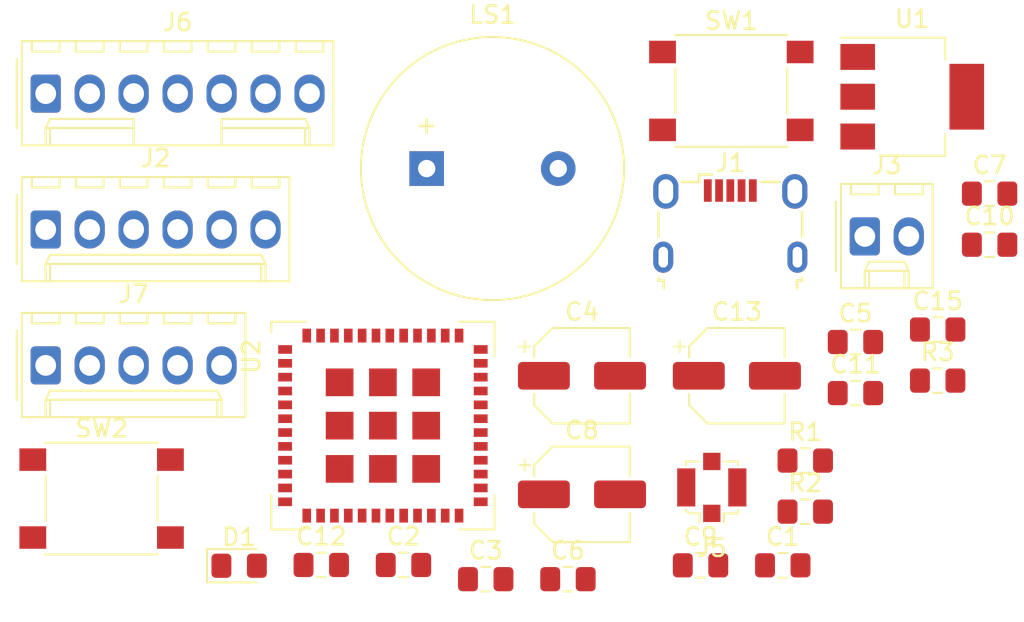
<source format=kicad_pcb>
(kicad_pcb (version 20171130) (host pcbnew 5.1.5-52549c5~84~ubuntu18.04.1)

  (general
    (thickness 1.6)
    (drawings 0)
    (tracks 0)
    (zones 0)
    (modules 29)
    (nets 48)
  )

  (page A4)
  (layers
    (0 F.Cu signal)
    (31 B.Cu signal)
    (32 B.Adhes user)
    (33 F.Adhes user)
    (34 B.Paste user)
    (35 F.Paste user)
    (36 B.SilkS user)
    (37 F.SilkS user)
    (38 B.Mask user)
    (39 F.Mask user)
    (40 Dwgs.User user)
    (41 Cmts.User user)
    (42 Eco1.User user)
    (43 Eco2.User user)
    (44 Edge.Cuts user)
    (45 Margin user)
    (46 B.CrtYd user)
    (47 F.CrtYd user)
    (48 B.Fab user)
    (49 F.Fab user)
  )

  (setup
    (last_trace_width 0.25)
    (trace_clearance 0.2)
    (zone_clearance 0.508)
    (zone_45_only no)
    (trace_min 0.2)
    (via_size 0.8)
    (via_drill 0.4)
    (via_min_size 0.4)
    (via_min_drill 0.3)
    (uvia_size 0.3)
    (uvia_drill 0.1)
    (uvias_allowed no)
    (uvia_min_size 0.2)
    (uvia_min_drill 0.1)
    (edge_width 0.05)
    (segment_width 0.2)
    (pcb_text_width 0.3)
    (pcb_text_size 1.5 1.5)
    (mod_edge_width 0.12)
    (mod_text_size 1 1)
    (mod_text_width 0.15)
    (pad_size 1.524 1.524)
    (pad_drill 0.762)
    (pad_to_mask_clearance 0.051)
    (solder_mask_min_width 0.25)
    (aux_axis_origin 0 0)
    (visible_elements FFFFFF7F)
    (pcbplotparams
      (layerselection 0x010fc_ffffffff)
      (usegerberextensions false)
      (usegerberattributes false)
      (usegerberadvancedattributes false)
      (creategerberjobfile false)
      (excludeedgelayer true)
      (linewidth 0.100000)
      (plotframeref false)
      (viasonmask false)
      (mode 1)
      (useauxorigin false)
      (hpglpennumber 1)
      (hpglpenspeed 20)
      (hpglpendiameter 15.000000)
      (psnegative false)
      (psa4output false)
      (plotreference true)
      (plotvalue true)
      (plotinvisibletext false)
      (padsonsilk false)
      (subtractmaskfromsilk false)
      (outputformat 1)
      (mirror false)
      (drillshape 1)
      (scaleselection 1)
      (outputdirectory ""))
  )

  (net 0 "")
  (net 1 GND)
  (net 2 +5V)
  (net 3 "Net-(C2-Pad2)")
  (net 4 +3V3)
  (net 5 /Btn)
  (net 6 "Net-(C12-Pad2)")
  (net 7 "Net-(C12-Pad1)")
  (net 8 /LED)
  (net 9 "Net-(J1-Pad4)")
  (net 10 "Net-(J1-Pad3)")
  (net 11 "Net-(J1-Pad2)")
  (net 12 "Net-(J2-Pad6)")
  (net 13 "Net-(J2-Pad4)")
  (net 14 "Net-(J2-Pad2)")
  (net 15 "Net-(J3-Pad2)")
  (net 16 "Net-(J3-Pad1)")
  (net 17 /NSS)
  (net 18 /DataCom)
  (net 19 /Reset)
  (net 20 "Net-(J6-Pad4)")
  (net 21 "Net-(J6-Pad3)")
  (net 22 /echo)
  (net 23 /trig)
  (net 24 /Piezo)
  (net 25 "Net-(R1-Pad1)")
  (net 26 "Net-(R2-Pad2)")
  (net 27 "Net-(U2-Pad47)")
  (net 28 "Net-(U2-Pad46)")
  (net 29 "Net-(U2-Pad45)")
  (net 30 "Net-(U2-Pad1)")
  (net 31 "Net-(U2-Pad2)")
  (net 32 "Net-(U2-Pad8)")
  (net 33 "Net-(U2-Pad9)")
  (net 34 "Net-(U2-Pad10)")
  (net 35 "Net-(U2-Pad11)")
  (net 36 "Net-(U2-Pad28)")
  (net 37 "Net-(U2-Pad29)")
  (net 38 "Net-(U2-Pad30)")
  (net 39 "Net-(U2-Pad31)")
  (net 40 "Net-(U2-Pad33)")
  (net 41 "Net-(U2-Pad12)")
  (net 42 "Net-(U2-Pad13)")
  (net 43 "Net-(U2-Pad15)")
  (net 44 "Net-(U2-Pad20)")
  (net 45 "Net-(U2-Pad23)")
  (net 46 "Net-(U2-Pad24)")
  (net 47 "Net-(U2-Pad38)")

  (net_class Default "This is the default net class."
    (clearance 0.2)
    (trace_width 0.25)
    (via_dia 0.8)
    (via_drill 0.4)
    (uvia_dia 0.3)
    (uvia_drill 0.1)
    (add_net +3V3)
    (add_net +5V)
    (add_net /Btn)
    (add_net /DataCom)
    (add_net /LED)
    (add_net /NSS)
    (add_net /Piezo)
    (add_net /Reset)
    (add_net /echo)
    (add_net /trig)
    (add_net GND)
    (add_net "Net-(C12-Pad1)")
    (add_net "Net-(C12-Pad2)")
    (add_net "Net-(C2-Pad2)")
    (add_net "Net-(J1-Pad2)")
    (add_net "Net-(J1-Pad3)")
    (add_net "Net-(J1-Pad4)")
    (add_net "Net-(J2-Pad2)")
    (add_net "Net-(J2-Pad4)")
    (add_net "Net-(J2-Pad6)")
    (add_net "Net-(J3-Pad1)")
    (add_net "Net-(J3-Pad2)")
    (add_net "Net-(J6-Pad3)")
    (add_net "Net-(J6-Pad4)")
    (add_net "Net-(R1-Pad1)")
    (add_net "Net-(R2-Pad2)")
    (add_net "Net-(U2-Pad1)")
    (add_net "Net-(U2-Pad10)")
    (add_net "Net-(U2-Pad11)")
    (add_net "Net-(U2-Pad12)")
    (add_net "Net-(U2-Pad13)")
    (add_net "Net-(U2-Pad15)")
    (add_net "Net-(U2-Pad2)")
    (add_net "Net-(U2-Pad20)")
    (add_net "Net-(U2-Pad23)")
    (add_net "Net-(U2-Pad24)")
    (add_net "Net-(U2-Pad28)")
    (add_net "Net-(U2-Pad29)")
    (add_net "Net-(U2-Pad30)")
    (add_net "Net-(U2-Pad31)")
    (add_net "Net-(U2-Pad33)")
    (add_net "Net-(U2-Pad38)")
    (add_net "Net-(U2-Pad45)")
    (add_net "Net-(U2-Pad46)")
    (add_net "Net-(U2-Pad47)")
    (add_net "Net-(U2-Pad8)")
    (add_net "Net-(U2-Pad9)")
  )

  (module RF_Module:CMWX1ZZABZ (layer F.Cu) (tedit 5C444AF1) (tstamp 5E3D859F)
    (at 138.9 102.03)
    (descr https://wireless.murata.com/RFM/data/type_abz.pdf)
    (tags "iot lora sigfox")
    (path /5E37D54F)
    (attr smd)
    (fp_text reference U2 (at -7.6 -4 270) (layer F.SilkS)
      (effects (font (size 1 1) (thickness 0.15)))
    )
    (fp_text value CMWX1ZZABZ-078 (at 0 7.2) (layer F.Fab)
      (effects (font (size 1 1) (thickness 0.15)))
    )
    (fp_text user %R (at 0 0) (layer F.Fab)
      (effects (font (size 1 1) (thickness 0.15)))
    )
    (fp_line (start 6.5 -6.05) (end 6.5 6.05) (layer F.CrtYd) (width 0.05))
    (fp_line (start -6.5 -6.05) (end 6.5 -6.05) (layer F.CrtYd) (width 0.05))
    (fp_line (start -6.5 6.05) (end -6.5 -6.05) (layer F.CrtYd) (width 0.05))
    (fp_line (start -6.5 6.05) (end 6.5 6.05) (layer F.CrtYd) (width 0.05))
    (fp_line (start -5.25 -5.8) (end -6.25 -4.8) (layer F.Fab) (width 0.1))
    (fp_line (start -6.25 -4.8) (end -6.25 5.8) (layer F.Fab) (width 0.1))
    (fp_line (start -6.25 5.8) (end 6.25 5.8) (layer F.Fab) (width 0.1))
    (fp_line (start 6.25 -5.8) (end 6.25 5.8) (layer F.Fab) (width 0.1))
    (fp_line (start -5.25 -5.8) (end 6.25 -5.8) (layer F.Fab) (width 0.1))
    (fp_line (start 6.45 -6) (end 6.45 -4) (layer F.SilkS) (width 0.12))
    (fp_line (start 4.45 -6) (end 6.45 -6) (layer F.SilkS) (width 0.12))
    (fp_line (start -6.45 -6) (end -4.45 -6) (layer F.SilkS) (width 0.12))
    (fp_line (start -6.45 -6) (end -6.45 -5.4) (layer F.SilkS) (width 0.12))
    (fp_line (start 4.45 6) (end 6.45 6) (layer F.SilkS) (width 0.12))
    (fp_line (start 6.45 4) (end 6.45 6) (layer F.SilkS) (width 0.12))
    (fp_line (start -6.45 6) (end -4.45 6) (layer F.SilkS) (width 0.12))
    (fp_line (start -6.45 4) (end -6.45 6) (layer F.SilkS) (width 0.12))
    (pad 57 smd rect (at 2.5 2.5 90) (size 1.6 1.6) (layers F.Cu F.Paste F.Mask)
      (net 1 GND))
    (pad 56 smd rect (at 0 2.5 90) (size 1.6 1.6) (layers F.Cu F.Paste F.Mask)
      (net 1 GND))
    (pad 55 smd rect (at -2.5 2.5 90) (size 1.6 1.6) (layers F.Cu F.Paste F.Mask)
      (net 1 GND))
    (pad 54 smd rect (at 2.5 0 90) (size 1.6 1.6) (layers F.Cu F.Paste F.Mask)
      (net 1 GND))
    (pad 53 smd rect (at 0 0 90) (size 1.6 1.6) (layers F.Cu F.Paste F.Mask)
      (net 1 GND))
    (pad 52 smd rect (at -2.5 0 90) (size 1.6 1.6) (layers F.Cu F.Paste F.Mask)
      (net 1 GND))
    (pad 51 smd rect (at 2.5 -2.5 90) (size 1.6 1.6) (layers F.Cu F.Paste F.Mask)
      (net 1 GND))
    (pad 50 smd rect (at 0 -2.5 90) (size 1.6 1.6) (layers F.Cu F.Paste F.Mask)
      (net 1 GND))
    (pad 49 smd rect (at -2.5 -2.5 90) (size 1.6 1.6) (layers F.Cu F.Paste F.Mask)
      (net 1 GND))
    (pad 48 smd rect (at -4.4 -5.2 90) (size 0.8 0.5) (layers F.Cu F.Paste F.Mask)
      (net 4 +3V3))
    (pad 47 smd rect (at -3.6 -5.2 90) (size 0.8 0.5) (layers F.Cu F.Paste F.Mask)
      (net 27 "Net-(U2-Pad47)"))
    (pad 46 smd rect (at -2.8 -5.2 90) (size 0.8 0.5) (layers F.Cu F.Paste F.Mask)
      (net 28 "Net-(U2-Pad46)"))
    (pad 45 smd rect (at -2 -5.2 90) (size 0.8 0.5) (layers F.Cu F.Paste F.Mask)
      (net 29 "Net-(U2-Pad45)"))
    (pad 44 smd rect (at -1.2 -5.2 90) (size 0.8 0.5) (layers F.Cu F.Paste F.Mask)
      (net 1 GND))
    (pad 43 smd rect (at -0.4 -5.2 90) (size 0.8 0.5) (layers F.Cu F.Paste F.Mask)
      (net 25 "Net-(R1-Pad1)"))
    (pad 42 smd rect (at 0.4 -5.2 90) (size 0.8 0.5) (layers F.Cu F.Paste F.Mask)
      (net 14 "Net-(J2-Pad2)"))
    (pad 1 smd rect (at -5.65 -4.4) (size 0.8 0.5) (layers F.Cu F.Paste F.Mask)
      (net 30 "Net-(U2-Pad1)"))
    (pad 2 smd rect (at -5.65 -3.6) (size 0.8 0.5) (layers F.Cu F.Paste F.Mask)
      (net 31 "Net-(U2-Pad2)"))
    (pad 3 smd rect (at -5.65 -2.8) (size 0.8 0.5) (layers F.Cu F.Paste F.Mask)
      (net 1 GND))
    (pad 4 smd rect (at -5.65 -2) (size 0.8 0.5) (layers F.Cu F.Paste F.Mask)
      (net 4 +3V3))
    (pad 5 smd rect (at -5.65 -1.2) (size 0.8 0.5) (layers F.Cu F.Paste F.Mask)
      (net 4 +3V3))
    (pad 6 smd rect (at -5.65 -0.4) (size 0.8 0.5) (layers F.Cu F.Paste F.Mask)
      (net 4 +3V3))
    (pad 7 smd rect (at -5.65 0.4) (size 0.8 0.5) (layers F.Cu F.Paste F.Mask)
      (net 1 GND))
    (pad 8 smd rect (at -5.65 1.2) (size 0.8 0.5) (layers F.Cu F.Paste F.Mask)
      (net 32 "Net-(U2-Pad8)"))
    (pad 9 smd rect (at -5.65 2) (size 0.8 0.5) (layers F.Cu F.Paste F.Mask)
      (net 33 "Net-(U2-Pad9)"))
    (pad 10 smd rect (at -5.65 2.8) (size 0.8 0.5) (layers F.Cu F.Paste F.Mask)
      (net 34 "Net-(U2-Pad10)"))
    (pad 11 smd rect (at -5.65 3.6) (size 0.8 0.5) (layers F.Cu F.Paste F.Mask)
      (net 35 "Net-(U2-Pad11)"))
    (pad 27 smd rect (at 5.65 2.8) (size 0.8 0.5) (layers F.Cu F.Paste F.Mask)
      (net 1 GND))
    (pad 28 smd rect (at 5.65 2) (size 0.8 0.5) (layers F.Cu F.Paste F.Mask)
      (net 36 "Net-(U2-Pad28)"))
    (pad 29 smd rect (at 5.65 1.2) (size 0.8 0.5) (layers F.Cu F.Paste F.Mask)
      (net 37 "Net-(U2-Pad29)"))
    (pad 30 smd rect (at 5.65 0.4) (size 0.8 0.5) (layers F.Cu F.Paste F.Mask)
      (net 38 "Net-(U2-Pad30)"))
    (pad 31 smd rect (at 5.65 -0.4) (size 0.8 0.5) (layers F.Cu F.Paste F.Mask)
      (net 39 "Net-(U2-Pad31)"))
    (pad 32 smd rect (at 5.65 -1.2) (size 0.8 0.5) (layers F.Cu F.Paste F.Mask)
      (net 4 +3V3))
    (pad 33 smd rect (at 5.65 -2) (size 0.8 0.5) (layers F.Cu F.Paste F.Mask)
      (net 40 "Net-(U2-Pad33)"))
    (pad 34 smd rect (at 5.65 -2.8) (size 0.8 0.5) (layers F.Cu F.Paste F.Mask)
      (net 3 "Net-(C2-Pad2)"))
    (pad 35 smd rect (at 5.65 -3.6) (size 0.8 0.5) (layers F.Cu F.Paste F.Mask)
      (net 19 /Reset))
    (pad 36 smd rect (at 5.65 -4.4) (size 0.8 0.5) (layers F.Cu F.Paste F.Mask)
      (net 18 /DataCom))
    (pad 37 smd rect (at 4.4 -5.2 90) (size 0.8 0.5) (layers F.Cu F.Paste F.Mask)
      (net 5 /Btn))
    (pad 39 smd rect (at 2.8 -5.2 90) (size 0.8 0.5) (layers F.Cu F.Paste F.Mask)
      (net 8 /LED))
    (pad 40 smd rect (at 2 -5.2 90) (size 0.8 0.5) (layers F.Cu F.Paste F.Mask)
      (net 24 /Piezo))
    (pad 41 smd rect (at 1.2 -5.2 90) (size 0.8 0.5) (layers F.Cu F.Paste F.Mask)
      (net 13 "Net-(J2-Pad4)"))
    (pad 12 smd rect (at -5.65 4.4) (size 0.8 0.5) (layers F.Cu F.Paste F.Mask)
      (net 41 "Net-(U2-Pad12)"))
    (pad 13 smd rect (at -4.4 5.2 90) (size 0.8 0.5) (layers F.Cu F.Paste F.Mask)
      (net 42 "Net-(U2-Pad13)"))
    (pad 14 smd rect (at -3.6 5.2 90) (size 0.8 0.5) (layers F.Cu F.Paste F.Mask)
      (net 20 "Net-(J6-Pad4)"))
    (pad 15 smd rect (at -2.8 5.2 90) (size 0.8 0.5) (layers F.Cu F.Paste F.Mask)
      (net 43 "Net-(U2-Pad15)"))
    (pad 16 smd rect (at -2 5.2 90) (size 0.8 0.5) (layers F.Cu F.Paste F.Mask)
      (net 21 "Net-(J6-Pad3)"))
    (pad 17 smd rect (at -1.2 5.2 90) (size 0.8 0.5) (layers F.Cu F.Paste F.Mask)
      (net 17 /NSS))
    (pad 18 smd rect (at -0.4 5.2 90) (size 0.8 0.5) (layers F.Cu F.Paste F.Mask)
      (net 15 "Net-(J3-Pad2)"))
    (pad 19 smd rect (at 0.4 5.2 90) (size 0.8 0.5) (layers F.Cu F.Paste F.Mask)
      (net 16 "Net-(J3-Pad1)"))
    (pad 20 smd rect (at 1.2 5.2 270) (size 0.8 0.5) (layers F.Cu F.Paste F.Mask)
      (net 44 "Net-(U2-Pad20)"))
    (pad 21 smd rect (at 2 5.2 270) (size 0.8 0.5) (layers F.Cu F.Paste F.Mask)
      (net 22 /echo))
    (pad 22 smd rect (at 2.8 5.2 270) (size 0.8 0.5) (layers F.Cu F.Paste F.Mask)
      (net 23 /trig))
    (pad 23 smd rect (at 3.6 5.2 270) (size 0.8 0.5) (layers F.Cu F.Paste F.Mask)
      (net 45 "Net-(U2-Pad23)"))
    (pad 24 smd rect (at 4.4 5.2 270) (size 0.8 0.5) (layers F.Cu F.Paste F.Mask)
      (net 46 "Net-(U2-Pad24)"))
    (pad 25 smd rect (at 5.65 4.4) (size 0.8 0.5) (layers F.Cu F.Paste F.Mask)
      (net 1 GND))
    (pad 26 smd rect (at 5.65 3.6) (size 0.8 0.5) (layers F.Cu F.Paste F.Mask)
      (net 6 "Net-(C12-Pad2)"))
    (pad 38 smd rect (at 3.6 -5.2 90) (size 0.8 0.5) (layers F.Cu F.Paste F.Mask)
      (net 47 "Net-(U2-Pad38)"))
    (model ${KISYS3DMOD}/RF_Module.3dshapes/CMWX1ZZABZ.wrl
      (at (xyz 0 0 0))
      (scale (xyz 1 1 1))
      (rotate (xyz 0 0 0))
    )
  )

  (module Package_TO_SOT_SMD:SOT-223 (layer F.Cu) (tedit 5A02FF57) (tstamp 5E3D8550)
    (at 169.48 83.03)
    (descr "module CMS SOT223 4 pins")
    (tags "CMS SOT")
    (path /5E4B1424)
    (attr smd)
    (fp_text reference U1 (at 0 -4.5) (layer F.SilkS)
      (effects (font (size 1 1) (thickness 0.15)))
    )
    (fp_text value LM1117ADJ (at 0 4.5) (layer F.Fab)
      (effects (font (size 1 1) (thickness 0.15)))
    )
    (fp_line (start 1.85 -3.35) (end 1.85 3.35) (layer F.Fab) (width 0.1))
    (fp_line (start -1.85 3.35) (end 1.85 3.35) (layer F.Fab) (width 0.1))
    (fp_line (start -4.1 -3.41) (end 1.91 -3.41) (layer F.SilkS) (width 0.12))
    (fp_line (start -0.8 -3.35) (end 1.85 -3.35) (layer F.Fab) (width 0.1))
    (fp_line (start -1.85 3.41) (end 1.91 3.41) (layer F.SilkS) (width 0.12))
    (fp_line (start -1.85 -2.3) (end -1.85 3.35) (layer F.Fab) (width 0.1))
    (fp_line (start -4.4 -3.6) (end -4.4 3.6) (layer F.CrtYd) (width 0.05))
    (fp_line (start -4.4 3.6) (end 4.4 3.6) (layer F.CrtYd) (width 0.05))
    (fp_line (start 4.4 3.6) (end 4.4 -3.6) (layer F.CrtYd) (width 0.05))
    (fp_line (start 4.4 -3.6) (end -4.4 -3.6) (layer F.CrtYd) (width 0.05))
    (fp_line (start 1.91 -3.41) (end 1.91 -2.15) (layer F.SilkS) (width 0.12))
    (fp_line (start 1.91 3.41) (end 1.91 2.15) (layer F.SilkS) (width 0.12))
    (fp_line (start -1.85 -2.3) (end -0.8 -3.35) (layer F.Fab) (width 0.1))
    (fp_text user %R (at 0 0 90) (layer F.Fab)
      (effects (font (size 0.8 0.8) (thickness 0.12)))
    )
    (pad 1 smd rect (at -3.15 -2.3) (size 2 1.5) (layers F.Cu F.Paste F.Mask)
      (net 26 "Net-(R2-Pad2)"))
    (pad 3 smd rect (at -3.15 2.3) (size 2 1.5) (layers F.Cu F.Paste F.Mask)
      (net 2 +5V))
    (pad 2 smd rect (at -3.15 0) (size 2 1.5) (layers F.Cu F.Paste F.Mask)
      (net 4 +3V3))
    (pad 4 smd rect (at 3.15 0) (size 2 3.8) (layers F.Cu F.Paste F.Mask)
      (net 4 +3V3))
    (model ${KISYS3DMOD}/Package_TO_SOT_SMD.3dshapes/SOT-223.wrl
      (at (xyz 0 0 0))
      (scale (xyz 1 1 1))
      (rotate (xyz 0 0 0))
    )
  )

  (module Button_Switch_SMD:SW_Push_1P1T_NO_6x6mm_H9.5mm (layer F.Cu) (tedit 5CA1CA7F) (tstamp 5E3D853A)
    (at 122.65 106.245)
    (descr "tactile push button, 6x6mm e.g. PTS645xx series, height=9.5mm")
    (tags "tact sw push 6mm smd")
    (path /5E3F024E)
    (attr smd)
    (fp_text reference SW2 (at 0 -4.05) (layer F.SilkS)
      (effects (font (size 1 1) (thickness 0.15)))
    )
    (fp_text value SW_Push (at 0 4.15) (layer F.Fab)
      (effects (font (size 1 1) (thickness 0.15)))
    )
    (fp_circle (center 0 0) (end 1.75 -0.05) (layer F.Fab) (width 0.1))
    (fp_line (start -3.23 3.23) (end 3.23 3.23) (layer F.SilkS) (width 0.12))
    (fp_line (start -3.23 -1.3) (end -3.23 1.3) (layer F.SilkS) (width 0.12))
    (fp_line (start -3.23 -3.23) (end 3.23 -3.23) (layer F.SilkS) (width 0.12))
    (fp_line (start 3.23 -1.3) (end 3.23 1.3) (layer F.SilkS) (width 0.12))
    (fp_line (start -3.23 -3.2) (end -3.23 -3.23) (layer F.SilkS) (width 0.12))
    (fp_line (start -3.23 3.23) (end -3.23 3.2) (layer F.SilkS) (width 0.12))
    (fp_line (start 3.23 3.23) (end 3.23 3.2) (layer F.SilkS) (width 0.12))
    (fp_line (start 3.23 -3.23) (end 3.23 -3.2) (layer F.SilkS) (width 0.12))
    (fp_line (start -5 -3.25) (end 5 -3.25) (layer F.CrtYd) (width 0.05))
    (fp_line (start -5 3.25) (end 5 3.25) (layer F.CrtYd) (width 0.05))
    (fp_line (start -5 -3.25) (end -5 3.25) (layer F.CrtYd) (width 0.05))
    (fp_line (start 5 3.25) (end 5 -3.25) (layer F.CrtYd) (width 0.05))
    (fp_line (start 3 -3) (end -3 -3) (layer F.Fab) (width 0.1))
    (fp_line (start 3 3) (end 3 -3) (layer F.Fab) (width 0.1))
    (fp_line (start -3 3) (end 3 3) (layer F.Fab) (width 0.1))
    (fp_line (start -3 -3) (end -3 3) (layer F.Fab) (width 0.1))
    (fp_text user %R (at 0 -4.05) (layer F.Fab)
      (effects (font (size 1 1) (thickness 0.15)))
    )
    (pad 2 smd rect (at 3.975 2.25) (size 1.55 1.3) (layers F.Cu F.Paste F.Mask)
      (net 1 GND))
    (pad 1 smd rect (at 3.975 -2.25) (size 1.55 1.3) (layers F.Cu F.Paste F.Mask)
      (net 5 /Btn))
    (pad 1 smd rect (at -3.975 -2.25) (size 1.55 1.3) (layers F.Cu F.Paste F.Mask)
      (net 5 /Btn))
    (pad 2 smd rect (at -3.975 2.25) (size 1.55 1.3) (layers F.Cu F.Paste F.Mask)
      (net 1 GND))
    (model ${KISYS3DMOD}/Button_Switch_SMD.3dshapes/SW_PUSH_6mm_H9.5mm.wrl
      (at (xyz 0 0 0))
      (scale (xyz 1 1 1))
      (rotate (xyz 0 0 0))
    )
  )

  (module Button_Switch_SMD:SW_Push_1P1T_NO_6x6mm_H9.5mm (layer F.Cu) (tedit 5CA1CA7F) (tstamp 5E3D8520)
    (at 159.03 82.695)
    (descr "tactile push button, 6x6mm e.g. PTS645xx series, height=9.5mm")
    (tags "tact sw push 6mm smd")
    (path /5E397435)
    (attr smd)
    (fp_text reference SW1 (at 0 -4.05) (layer F.SilkS)
      (effects (font (size 1 1) (thickness 0.15)))
    )
    (fp_text value SW_Push (at 0 4.15) (layer F.Fab)
      (effects (font (size 1 1) (thickness 0.15)))
    )
    (fp_circle (center 0 0) (end 1.75 -0.05) (layer F.Fab) (width 0.1))
    (fp_line (start -3.23 3.23) (end 3.23 3.23) (layer F.SilkS) (width 0.12))
    (fp_line (start -3.23 -1.3) (end -3.23 1.3) (layer F.SilkS) (width 0.12))
    (fp_line (start -3.23 -3.23) (end 3.23 -3.23) (layer F.SilkS) (width 0.12))
    (fp_line (start 3.23 -1.3) (end 3.23 1.3) (layer F.SilkS) (width 0.12))
    (fp_line (start -3.23 -3.2) (end -3.23 -3.23) (layer F.SilkS) (width 0.12))
    (fp_line (start -3.23 3.23) (end -3.23 3.2) (layer F.SilkS) (width 0.12))
    (fp_line (start 3.23 3.23) (end 3.23 3.2) (layer F.SilkS) (width 0.12))
    (fp_line (start 3.23 -3.23) (end 3.23 -3.2) (layer F.SilkS) (width 0.12))
    (fp_line (start -5 -3.25) (end 5 -3.25) (layer F.CrtYd) (width 0.05))
    (fp_line (start -5 3.25) (end 5 3.25) (layer F.CrtYd) (width 0.05))
    (fp_line (start -5 -3.25) (end -5 3.25) (layer F.CrtYd) (width 0.05))
    (fp_line (start 5 3.25) (end 5 -3.25) (layer F.CrtYd) (width 0.05))
    (fp_line (start 3 -3) (end -3 -3) (layer F.Fab) (width 0.1))
    (fp_line (start 3 3) (end 3 -3) (layer F.Fab) (width 0.1))
    (fp_line (start -3 3) (end 3 3) (layer F.Fab) (width 0.1))
    (fp_line (start -3 -3) (end -3 3) (layer F.Fab) (width 0.1))
    (fp_text user %R (at 0 -4.05) (layer F.Fab)
      (effects (font (size 1 1) (thickness 0.15)))
    )
    (pad 2 smd rect (at 3.975 2.25) (size 1.55 1.3) (layers F.Cu F.Paste F.Mask)
      (net 3 "Net-(C2-Pad2)"))
    (pad 1 smd rect (at 3.975 -2.25) (size 1.55 1.3) (layers F.Cu F.Paste F.Mask)
      (net 1 GND))
    (pad 1 smd rect (at -3.975 -2.25) (size 1.55 1.3) (layers F.Cu F.Paste F.Mask)
      (net 1 GND))
    (pad 2 smd rect (at -3.975 2.25) (size 1.55 1.3) (layers F.Cu F.Paste F.Mask)
      (net 3 "Net-(C2-Pad2)"))
    (model ${KISYS3DMOD}/Button_Switch_SMD.3dshapes/SW_PUSH_6mm_H9.5mm.wrl
      (at (xyz 0 0 0))
      (scale (xyz 1 1 1))
      (rotate (xyz 0 0 0))
    )
  )

  (module Resistor_SMD:R_0805_2012Metric_Pad1.15x1.40mm_HandSolder (layer F.Cu) (tedit 5B36C52B) (tstamp 5E3D8506)
    (at 170.95 99.43)
    (descr "Resistor SMD 0805 (2012 Metric), square (rectangular) end terminal, IPC_7351 nominal with elongated pad for handsoldering. (Body size source: https://docs.google.com/spreadsheets/d/1BsfQQcO9C6DZCsRaXUlFlo91Tg2WpOkGARC1WS5S8t0/edit?usp=sharing), generated with kicad-footprint-generator")
    (tags "resistor handsolder")
    (path /5E3CF4DF)
    (attr smd)
    (fp_text reference R3 (at 0 -1.65) (layer F.SilkS)
      (effects (font (size 1 1) (thickness 0.15)))
    )
    (fp_text value 1.65k (at 0 1.65) (layer F.Fab)
      (effects (font (size 1 1) (thickness 0.15)))
    )
    (fp_text user %R (at 0 0) (layer F.Fab)
      (effects (font (size 0.5 0.5) (thickness 0.08)))
    )
    (fp_line (start 1.85 0.95) (end -1.85 0.95) (layer F.CrtYd) (width 0.05))
    (fp_line (start 1.85 -0.95) (end 1.85 0.95) (layer F.CrtYd) (width 0.05))
    (fp_line (start -1.85 -0.95) (end 1.85 -0.95) (layer F.CrtYd) (width 0.05))
    (fp_line (start -1.85 0.95) (end -1.85 -0.95) (layer F.CrtYd) (width 0.05))
    (fp_line (start -0.261252 0.71) (end 0.261252 0.71) (layer F.SilkS) (width 0.12))
    (fp_line (start -0.261252 -0.71) (end 0.261252 -0.71) (layer F.SilkS) (width 0.12))
    (fp_line (start 1 0.6) (end -1 0.6) (layer F.Fab) (width 0.1))
    (fp_line (start 1 -0.6) (end 1 0.6) (layer F.Fab) (width 0.1))
    (fp_line (start -1 -0.6) (end 1 -0.6) (layer F.Fab) (width 0.1))
    (fp_line (start -1 0.6) (end -1 -0.6) (layer F.Fab) (width 0.1))
    (pad 2 smd roundrect (at 1.025 0) (size 1.15 1.4) (layers F.Cu F.Paste F.Mask) (roundrect_rratio 0.217391)
      (net 1 GND))
    (pad 1 smd roundrect (at -1.025 0) (size 1.15 1.4) (layers F.Cu F.Paste F.Mask) (roundrect_rratio 0.217391)
      (net 26 "Net-(R2-Pad2)"))
    (model ${KISYS3DMOD}/Resistor_SMD.3dshapes/R_0805_2012Metric.wrl
      (at (xyz 0 0 0))
      (scale (xyz 1 1 1))
      (rotate (xyz 0 0 0))
    )
  )

  (module Resistor_SMD:R_0805_2012Metric_Pad1.15x1.40mm_HandSolder (layer F.Cu) (tedit 5B36C52B) (tstamp 5E3D84F5)
    (at 163.3 107)
    (descr "Resistor SMD 0805 (2012 Metric), square (rectangular) end terminal, IPC_7351 nominal with elongated pad for handsoldering. (Body size source: https://docs.google.com/spreadsheets/d/1BsfQQcO9C6DZCsRaXUlFlo91Tg2WpOkGARC1WS5S8t0/edit?usp=sharing), generated with kicad-footprint-generator")
    (tags "resistor handsolder")
    (path /5E3CF13F)
    (attr smd)
    (fp_text reference R2 (at 0 -1.65) (layer F.SilkS)
      (effects (font (size 1 1) (thickness 0.15)))
    )
    (fp_text value 1k (at 0 1.65) (layer F.Fab)
      (effects (font (size 1 1) (thickness 0.15)))
    )
    (fp_text user %R (at 0 0) (layer F.Fab)
      (effects (font (size 0.5 0.5) (thickness 0.08)))
    )
    (fp_line (start 1.85 0.95) (end -1.85 0.95) (layer F.CrtYd) (width 0.05))
    (fp_line (start 1.85 -0.95) (end 1.85 0.95) (layer F.CrtYd) (width 0.05))
    (fp_line (start -1.85 -0.95) (end 1.85 -0.95) (layer F.CrtYd) (width 0.05))
    (fp_line (start -1.85 0.95) (end -1.85 -0.95) (layer F.CrtYd) (width 0.05))
    (fp_line (start -0.261252 0.71) (end 0.261252 0.71) (layer F.SilkS) (width 0.12))
    (fp_line (start -0.261252 -0.71) (end 0.261252 -0.71) (layer F.SilkS) (width 0.12))
    (fp_line (start 1 0.6) (end -1 0.6) (layer F.Fab) (width 0.1))
    (fp_line (start 1 -0.6) (end 1 0.6) (layer F.Fab) (width 0.1))
    (fp_line (start -1 -0.6) (end 1 -0.6) (layer F.Fab) (width 0.1))
    (fp_line (start -1 0.6) (end -1 -0.6) (layer F.Fab) (width 0.1))
    (pad 2 smd roundrect (at 1.025 0) (size 1.15 1.4) (layers F.Cu F.Paste F.Mask) (roundrect_rratio 0.217391)
      (net 26 "Net-(R2-Pad2)"))
    (pad 1 smd roundrect (at -1.025 0) (size 1.15 1.4) (layers F.Cu F.Paste F.Mask) (roundrect_rratio 0.217391)
      (net 4 +3V3))
    (model ${KISYS3DMOD}/Resistor_SMD.3dshapes/R_0805_2012Metric.wrl
      (at (xyz 0 0 0))
      (scale (xyz 1 1 1))
      (rotate (xyz 0 0 0))
    )
  )

  (module Resistor_SMD:R_0805_2012Metric_Pad1.15x1.40mm_HandSolder (layer F.Cu) (tedit 5B36C52B) (tstamp 5E3D84E4)
    (at 163.3 104.05)
    (descr "Resistor SMD 0805 (2012 Metric), square (rectangular) end terminal, IPC_7351 nominal with elongated pad for handsoldering. (Body size source: https://docs.google.com/spreadsheets/d/1BsfQQcO9C6DZCsRaXUlFlo91Tg2WpOkGARC1WS5S8t0/edit?usp=sharing), generated with kicad-footprint-generator")
    (tags "resistor handsolder")
    (path /5E38ADCE)
    (attr smd)
    (fp_text reference R1 (at 0 -1.65) (layer F.SilkS)
      (effects (font (size 1 1) (thickness 0.15)))
    )
    (fp_text value 10k (at 0 1.65) (layer F.Fab)
      (effects (font (size 1 1) (thickness 0.15)))
    )
    (fp_text user %R (at 0 0) (layer F.Fab)
      (effects (font (size 0.5 0.5) (thickness 0.08)))
    )
    (fp_line (start 1.85 0.95) (end -1.85 0.95) (layer F.CrtYd) (width 0.05))
    (fp_line (start 1.85 -0.95) (end 1.85 0.95) (layer F.CrtYd) (width 0.05))
    (fp_line (start -1.85 -0.95) (end 1.85 -0.95) (layer F.CrtYd) (width 0.05))
    (fp_line (start -1.85 0.95) (end -1.85 -0.95) (layer F.CrtYd) (width 0.05))
    (fp_line (start -0.261252 0.71) (end 0.261252 0.71) (layer F.SilkS) (width 0.12))
    (fp_line (start -0.261252 -0.71) (end 0.261252 -0.71) (layer F.SilkS) (width 0.12))
    (fp_line (start 1 0.6) (end -1 0.6) (layer F.Fab) (width 0.1))
    (fp_line (start 1 -0.6) (end 1 0.6) (layer F.Fab) (width 0.1))
    (fp_line (start -1 -0.6) (end 1 -0.6) (layer F.Fab) (width 0.1))
    (fp_line (start -1 0.6) (end -1 -0.6) (layer F.Fab) (width 0.1))
    (pad 2 smd roundrect (at 1.025 0) (size 1.15 1.4) (layers F.Cu F.Paste F.Mask) (roundrect_rratio 0.217391)
      (net 1 GND))
    (pad 1 smd roundrect (at -1.025 0) (size 1.15 1.4) (layers F.Cu F.Paste F.Mask) (roundrect_rratio 0.217391)
      (net 25 "Net-(R1-Pad1)"))
    (model ${KISYS3DMOD}/Resistor_SMD.3dshapes/R_0805_2012Metric.wrl
      (at (xyz 0 0 0))
      (scale (xyz 1 1 1))
      (rotate (xyz 0 0 0))
    )
  )

  (module Buzzer_Beeper:Buzzer_15x7.5RM7.6 (layer F.Cu) (tedit 5A030281) (tstamp 5E3D84D3)
    (at 141.43 87.18)
    (descr "Generic Buzzer, D15mm height 7.5mm with RM7.6mm")
    (tags buzzer)
    (path /5E3B84DB)
    (fp_text reference LS1 (at 3.81 -8.89) (layer F.SilkS)
      (effects (font (size 1 1) (thickness 0.15)))
    )
    (fp_text value Speaker_Crystal (at 3.81 8.89) (layer F.Fab)
      (effects (font (size 1 1) (thickness 0.15)))
    )
    (fp_circle (center 3.8 0) (end 11.4 0) (layer F.SilkS) (width 0.12))
    (fp_circle (center 3.8 0) (end 4.8 0) (layer F.Fab) (width 0.1))
    (fp_circle (center 3.8 0) (end 11.3 0) (layer F.Fab) (width 0.1))
    (fp_circle (center 3.8 0) (end 11.55 0) (layer F.CrtYd) (width 0.05))
    (fp_text user %R (at 3.8 -4) (layer F.Fab)
      (effects (font (size 1 1) (thickness 0.15)))
    )
    (fp_text user + (at -0.01 -2.54) (layer F.SilkS)
      (effects (font (size 1 1) (thickness 0.15)))
    )
    (fp_text user + (at -0.01 -2.54) (layer F.Fab)
      (effects (font (size 1 1) (thickness 0.15)))
    )
    (pad 2 thru_hole circle (at 7.6 0) (size 2 2) (drill 1) (layers *.Cu *.Mask)
      (net 1 GND))
    (pad 1 thru_hole rect (at 0 0) (size 2 2) (drill 1) (layers *.Cu *.Mask)
      (net 24 /Piezo))
    (model ${KISYS3DMOD}/Buzzer_Beeper.3dshapes/Buzzer_15x7.5RM7.6.wrl
      (at (xyz 0 0 0))
      (scale (xyz 1 1 1))
      (rotate (xyz 0 0 0))
    )
  )

  (module Connector_Molex:Molex_KK-254_AE-6410-05A_1x05_P2.54mm_Vertical (layer F.Cu) (tedit 5B78013E) (tstamp 5E3D84C6)
    (at 119.42 98.55)
    (descr "Molex KK-254 Interconnect System, old/engineering part number: AE-6410-05A example for new part number: 22-27-2051, 5 Pins (http://www.molex.com/pdm_docs/sd/022272021_sd.pdf), generated with kicad-footprint-generator")
    (tags "connector Molex KK-254 side entry")
    (path /5E4F6375)
    (fp_text reference J7 (at 5.08 -4.12) (layer F.SilkS)
      (effects (font (size 1 1) (thickness 0.15)))
    )
    (fp_text value Conn_01x05_Female (at 5.08 4.08) (layer F.Fab)
      (effects (font (size 1 1) (thickness 0.15)))
    )
    (fp_text user %R (at 5.08 -2.22) (layer F.Fab)
      (effects (font (size 1 1) (thickness 0.15)))
    )
    (fp_line (start 11.93 -3.42) (end -1.77 -3.42) (layer F.CrtYd) (width 0.05))
    (fp_line (start 11.93 3.38) (end 11.93 -3.42) (layer F.CrtYd) (width 0.05))
    (fp_line (start -1.77 3.38) (end 11.93 3.38) (layer F.CrtYd) (width 0.05))
    (fp_line (start -1.77 -3.42) (end -1.77 3.38) (layer F.CrtYd) (width 0.05))
    (fp_line (start 10.96 -2.43) (end 10.96 -3.03) (layer F.SilkS) (width 0.12))
    (fp_line (start 9.36 -2.43) (end 10.96 -2.43) (layer F.SilkS) (width 0.12))
    (fp_line (start 9.36 -3.03) (end 9.36 -2.43) (layer F.SilkS) (width 0.12))
    (fp_line (start 8.42 -2.43) (end 8.42 -3.03) (layer F.SilkS) (width 0.12))
    (fp_line (start 6.82 -2.43) (end 8.42 -2.43) (layer F.SilkS) (width 0.12))
    (fp_line (start 6.82 -3.03) (end 6.82 -2.43) (layer F.SilkS) (width 0.12))
    (fp_line (start 5.88 -2.43) (end 5.88 -3.03) (layer F.SilkS) (width 0.12))
    (fp_line (start 4.28 -2.43) (end 5.88 -2.43) (layer F.SilkS) (width 0.12))
    (fp_line (start 4.28 -3.03) (end 4.28 -2.43) (layer F.SilkS) (width 0.12))
    (fp_line (start 3.34 -2.43) (end 3.34 -3.03) (layer F.SilkS) (width 0.12))
    (fp_line (start 1.74 -2.43) (end 3.34 -2.43) (layer F.SilkS) (width 0.12))
    (fp_line (start 1.74 -3.03) (end 1.74 -2.43) (layer F.SilkS) (width 0.12))
    (fp_line (start 0.8 -2.43) (end 0.8 -3.03) (layer F.SilkS) (width 0.12))
    (fp_line (start -0.8 -2.43) (end 0.8 -2.43) (layer F.SilkS) (width 0.12))
    (fp_line (start -0.8 -3.03) (end -0.8 -2.43) (layer F.SilkS) (width 0.12))
    (fp_line (start 9.91 2.99) (end 9.91 1.99) (layer F.SilkS) (width 0.12))
    (fp_line (start 0.25 2.99) (end 0.25 1.99) (layer F.SilkS) (width 0.12))
    (fp_line (start 9.91 1.46) (end 10.16 1.99) (layer F.SilkS) (width 0.12))
    (fp_line (start 0.25 1.46) (end 9.91 1.46) (layer F.SilkS) (width 0.12))
    (fp_line (start 0 1.99) (end 0.25 1.46) (layer F.SilkS) (width 0.12))
    (fp_line (start 10.16 1.99) (end 10.16 2.99) (layer F.SilkS) (width 0.12))
    (fp_line (start 0 1.99) (end 10.16 1.99) (layer F.SilkS) (width 0.12))
    (fp_line (start 0 2.99) (end 0 1.99) (layer F.SilkS) (width 0.12))
    (fp_line (start -0.562893 0) (end -1.27 0.5) (layer F.Fab) (width 0.1))
    (fp_line (start -1.27 -0.5) (end -0.562893 0) (layer F.Fab) (width 0.1))
    (fp_line (start -1.67 -2) (end -1.67 2) (layer F.SilkS) (width 0.12))
    (fp_line (start 11.54 -3.03) (end -1.38 -3.03) (layer F.SilkS) (width 0.12))
    (fp_line (start 11.54 2.99) (end 11.54 -3.03) (layer F.SilkS) (width 0.12))
    (fp_line (start -1.38 2.99) (end 11.54 2.99) (layer F.SilkS) (width 0.12))
    (fp_line (start -1.38 -3.03) (end -1.38 2.99) (layer F.SilkS) (width 0.12))
    (fp_line (start 11.43 -2.92) (end -1.27 -2.92) (layer F.Fab) (width 0.1))
    (fp_line (start 11.43 2.88) (end 11.43 -2.92) (layer F.Fab) (width 0.1))
    (fp_line (start -1.27 2.88) (end 11.43 2.88) (layer F.Fab) (width 0.1))
    (fp_line (start -1.27 -2.92) (end -1.27 2.88) (layer F.Fab) (width 0.1))
    (pad 5 thru_hole oval (at 10.16 0) (size 1.74 2.2) (drill 1.2) (layers *.Cu *.Mask)
      (net 1 GND))
    (pad 4 thru_hole oval (at 7.62 0) (size 1.74 2.2) (drill 1.2) (layers *.Cu *.Mask)
      (net 1 GND))
    (pad 3 thru_hole oval (at 5.08 0) (size 1.74 2.2) (drill 1.2) (layers *.Cu *.Mask)
      (net 22 /echo))
    (pad 2 thru_hole oval (at 2.54 0) (size 1.74 2.2) (drill 1.2) (layers *.Cu *.Mask)
      (net 23 /trig))
    (pad 1 thru_hole roundrect (at 0 0) (size 1.74 2.2) (drill 1.2) (layers *.Cu *.Mask) (roundrect_rratio 0.143678)
      (net 4 +3V3))
    (model ${KISYS3DMOD}/Connector_Molex.3dshapes/Molex_KK-254_AE-6410-05A_1x05_P2.54mm_Vertical.wrl
      (at (xyz 0 0 0))
      (scale (xyz 1 1 1))
      (rotate (xyz 0 0 0))
    )
  )

  (module Connector_Molex:Molex_KK-254_AE-6410-07A_1x07_P2.54mm_Vertical (layer F.Cu) (tedit 5B78013E) (tstamp 5E3D8496)
    (at 119.42 82.85)
    (descr "Molex KK-254 Interconnect System, old/engineering part number: AE-6410-07A example for new part number: 22-27-2071, 7 Pins (http://www.molex.com/pdm_docs/sd/022272021_sd.pdf), generated with kicad-footprint-generator")
    (tags "connector Molex KK-254 side entry")
    (path /5E3E65FE)
    (fp_text reference J6 (at 7.62 -4.12) (layer F.SilkS)
      (effects (font (size 1 1) (thickness 0.15)))
    )
    (fp_text value Conn_01x07_Female (at 7.62 4.08) (layer F.Fab)
      (effects (font (size 1 1) (thickness 0.15)))
    )
    (fp_text user %R (at 7.62 -2.22) (layer F.Fab)
      (effects (font (size 1 1) (thickness 0.15)))
    )
    (fp_line (start 17.01 -3.42) (end -1.77 -3.42) (layer F.CrtYd) (width 0.05))
    (fp_line (start 17.01 3.38) (end 17.01 -3.42) (layer F.CrtYd) (width 0.05))
    (fp_line (start -1.77 3.38) (end 17.01 3.38) (layer F.CrtYd) (width 0.05))
    (fp_line (start -1.77 -3.42) (end -1.77 3.38) (layer F.CrtYd) (width 0.05))
    (fp_line (start 16.04 -2.43) (end 16.04 -3.03) (layer F.SilkS) (width 0.12))
    (fp_line (start 14.44 -2.43) (end 16.04 -2.43) (layer F.SilkS) (width 0.12))
    (fp_line (start 14.44 -3.03) (end 14.44 -2.43) (layer F.SilkS) (width 0.12))
    (fp_line (start 13.5 -2.43) (end 13.5 -3.03) (layer F.SilkS) (width 0.12))
    (fp_line (start 11.9 -2.43) (end 13.5 -2.43) (layer F.SilkS) (width 0.12))
    (fp_line (start 11.9 -3.03) (end 11.9 -2.43) (layer F.SilkS) (width 0.12))
    (fp_line (start 10.96 -2.43) (end 10.96 -3.03) (layer F.SilkS) (width 0.12))
    (fp_line (start 9.36 -2.43) (end 10.96 -2.43) (layer F.SilkS) (width 0.12))
    (fp_line (start 9.36 -3.03) (end 9.36 -2.43) (layer F.SilkS) (width 0.12))
    (fp_line (start 8.42 -2.43) (end 8.42 -3.03) (layer F.SilkS) (width 0.12))
    (fp_line (start 6.82 -2.43) (end 8.42 -2.43) (layer F.SilkS) (width 0.12))
    (fp_line (start 6.82 -3.03) (end 6.82 -2.43) (layer F.SilkS) (width 0.12))
    (fp_line (start 5.88 -2.43) (end 5.88 -3.03) (layer F.SilkS) (width 0.12))
    (fp_line (start 4.28 -2.43) (end 5.88 -2.43) (layer F.SilkS) (width 0.12))
    (fp_line (start 4.28 -3.03) (end 4.28 -2.43) (layer F.SilkS) (width 0.12))
    (fp_line (start 3.34 -2.43) (end 3.34 -3.03) (layer F.SilkS) (width 0.12))
    (fp_line (start 1.74 -2.43) (end 3.34 -2.43) (layer F.SilkS) (width 0.12))
    (fp_line (start 1.74 -3.03) (end 1.74 -2.43) (layer F.SilkS) (width 0.12))
    (fp_line (start 0.8 -2.43) (end 0.8 -3.03) (layer F.SilkS) (width 0.12))
    (fp_line (start -0.8 -2.43) (end 0.8 -2.43) (layer F.SilkS) (width 0.12))
    (fp_line (start -0.8 -3.03) (end -0.8 -2.43) (layer F.SilkS) (width 0.12))
    (fp_line (start 14.99 2.99) (end 14.99 1.99) (layer F.SilkS) (width 0.12))
    (fp_line (start 10.16 1.46) (end 10.16 1.99) (layer F.SilkS) (width 0.12))
    (fp_line (start 14.99 1.46) (end 10.16 1.46) (layer F.SilkS) (width 0.12))
    (fp_line (start 15.24 1.99) (end 14.99 1.46) (layer F.SilkS) (width 0.12))
    (fp_line (start 10.16 1.99) (end 10.16 2.99) (layer F.SilkS) (width 0.12))
    (fp_line (start 15.24 1.99) (end 10.16 1.99) (layer F.SilkS) (width 0.12))
    (fp_line (start 15.24 2.99) (end 15.24 1.99) (layer F.SilkS) (width 0.12))
    (fp_line (start 0.25 2.99) (end 0.25 1.99) (layer F.SilkS) (width 0.12))
    (fp_line (start 5.08 1.46) (end 5.08 1.99) (layer F.SilkS) (width 0.12))
    (fp_line (start 0.25 1.46) (end 5.08 1.46) (layer F.SilkS) (width 0.12))
    (fp_line (start 0 1.99) (end 0.25 1.46) (layer F.SilkS) (width 0.12))
    (fp_line (start 5.08 1.99) (end 5.08 2.99) (layer F.SilkS) (width 0.12))
    (fp_line (start 0 1.99) (end 5.08 1.99) (layer F.SilkS) (width 0.12))
    (fp_line (start 0 2.99) (end 0 1.99) (layer F.SilkS) (width 0.12))
    (fp_line (start -0.562893 0) (end -1.27 0.5) (layer F.Fab) (width 0.1))
    (fp_line (start -1.27 -0.5) (end -0.562893 0) (layer F.Fab) (width 0.1))
    (fp_line (start -1.67 -2) (end -1.67 2) (layer F.SilkS) (width 0.12))
    (fp_line (start 16.62 -3.03) (end -1.38 -3.03) (layer F.SilkS) (width 0.12))
    (fp_line (start 16.62 2.99) (end 16.62 -3.03) (layer F.SilkS) (width 0.12))
    (fp_line (start -1.38 2.99) (end 16.62 2.99) (layer F.SilkS) (width 0.12))
    (fp_line (start -1.38 -3.03) (end -1.38 2.99) (layer F.SilkS) (width 0.12))
    (fp_line (start 16.51 -2.92) (end -1.27 -2.92) (layer F.Fab) (width 0.1))
    (fp_line (start 16.51 2.88) (end 16.51 -2.92) (layer F.Fab) (width 0.1))
    (fp_line (start -1.27 2.88) (end 16.51 2.88) (layer F.Fab) (width 0.1))
    (fp_line (start -1.27 -2.92) (end -1.27 2.88) (layer F.Fab) (width 0.1))
    (pad 7 thru_hole oval (at 15.24 0) (size 1.74 2.2) (drill 1.2) (layers *.Cu *.Mask)
      (net 17 /NSS))
    (pad 6 thru_hole oval (at 12.7 0) (size 1.74 2.2) (drill 1.2) (layers *.Cu *.Mask)
      (net 18 /DataCom))
    (pad 5 thru_hole oval (at 10.16 0) (size 1.74 2.2) (drill 1.2) (layers *.Cu *.Mask)
      (net 19 /Reset))
    (pad 4 thru_hole oval (at 7.62 0) (size 1.74 2.2) (drill 1.2) (layers *.Cu *.Mask)
      (net 20 "Net-(J6-Pad4)"))
    (pad 3 thru_hole oval (at 5.08 0) (size 1.74 2.2) (drill 1.2) (layers *.Cu *.Mask)
      (net 21 "Net-(J6-Pad3)"))
    (pad 2 thru_hole oval (at 2.54 0) (size 1.74 2.2) (drill 1.2) (layers *.Cu *.Mask)
      (net 4 +3V3))
    (pad 1 thru_hole roundrect (at 0 0) (size 1.74 2.2) (drill 1.2) (layers *.Cu *.Mask) (roundrect_rratio 0.143678)
      (net 1 GND))
    (model ${KISYS3DMOD}/Connector_Molex.3dshapes/Molex_KK-254_AE-6410-07A_1x07_P2.54mm_Vertical.wrl
      (at (xyz 0 0 0))
      (scale (xyz 1 1 1))
      (rotate (xyz 0 0 0))
    )
  )

  (module Connector_Coaxial:U.FL_Molex_MCRF_73412-0110_Vertical (layer F.Cu) (tedit 5A1B5B59) (tstamp 5E3D8458)
    (at 157.9 105.6)
    (descr "Molex Microcoaxial RF Connectors (MCRF), mates Hirose U.FL, (http://www.molex.com/pdm_docs/sd/734120110_sd.pdf)")
    (tags "mcrf hirose ufl u.fl microcoaxial")
    (path /5E401EE4)
    (attr smd)
    (fp_text reference J5 (at 0 3.5) (layer F.SilkS)
      (effects (font (size 1 1) (thickness 0.15)))
    )
    (fp_text value Conn_Coaxial (at 0 -3.302) (layer F.Fab)
      (effects (font (size 1 1) (thickness 0.15)))
    )
    (fp_circle (center 0 0) (end 0 0.2) (layer F.Fab) (width 0.1))
    (fp_line (start -1 1.3) (end 1.3 1.3) (layer F.Fab) (width 0.1))
    (fp_line (start 2.5 -2.5) (end -2.5 -2.5) (layer F.CrtYd) (width 0.05))
    (fp_line (start 2.5 2.5) (end 2.5 -2.5) (layer F.CrtYd) (width 0.05))
    (fp_line (start -2.5 2.5) (end 2.5 2.5) (layer F.CrtYd) (width 0.05))
    (fp_line (start -2.5 -2.5) (end -2.5 2.5) (layer F.CrtYd) (width 0.05))
    (fp_line (start 1.3 -1.3) (end 1.3 1.3) (layer F.Fab) (width 0.1))
    (fp_line (start -1.3 1) (end -1 1.3) (layer F.Fab) (width 0.1))
    (fp_line (start -1.3 -1.3) (end -1.3 1) (layer F.Fab) (width 0.1))
    (fp_line (start -1.3 -1.3) (end 1.3 -1.3) (layer F.Fab) (width 0.1))
    (fp_circle (center 0 0) (end 0.9 0) (layer F.Fab) (width 0.1))
    (fp_line (start -1.5 -1.5) (end -0.7 -1.5) (layer F.SilkS) (width 0.12))
    (fp_line (start -1.5 -1.3) (end -1.5 -1.5) (layer F.SilkS) (width 0.12))
    (fp_line (start 1.5 -1.5) (end 1.5 -1.3) (layer F.SilkS) (width 0.12))
    (fp_line (start 0.7 -1.5) (end 1.5 -1.5) (layer F.SilkS) (width 0.12))
    (fp_line (start 1.5 1.5) (end 0.7 1.5) (layer F.SilkS) (width 0.12))
    (fp_line (start 1.5 1.3) (end 1.5 1.5) (layer F.SilkS) (width 0.12))
    (fp_line (start -1.3 1.5) (end -1.5 1.3) (layer F.SilkS) (width 0.12))
    (fp_line (start -0.7 1.5) (end -1.3 1.5) (layer F.SilkS) (width 0.12))
    (fp_circle (center 0 0) (end 0 0.125) (layer F.Fab) (width 0.1))
    (fp_circle (center 0 0) (end 0 0.05) (layer F.Fab) (width 0.1))
    (fp_text user %R (at 0 3.5) (layer F.Fab)
      (effects (font (size 1 1) (thickness 0.15)))
    )
    (fp_line (start -0.7 1.5) (end -0.7 2) (layer F.SilkS) (width 0.12))
    (fp_line (start 0.7 1.5) (end 0.7 2) (layer F.SilkS) (width 0.12))
    (fp_line (start -0.3 1.3) (end 0 1) (layer F.Fab) (width 0.1))
    (fp_line (start 0 1) (end 0.3 1.3) (layer F.Fab) (width 0.1))
    (pad 1 smd rect (at 0 1.5) (size 1 1) (layers F.Cu F.Paste F.Mask)
      (net 7 "Net-(C12-Pad1)"))
    (pad 2 smd rect (at 0 -1.5) (size 1 1) (layers F.Cu F.Paste F.Mask)
      (net 1 GND))
    (pad 2 smd rect (at 1.475 0) (size 1.05 2.2) (layers F.Cu F.Paste F.Mask)
      (net 1 GND))
    (pad 2 smd rect (at -1.475 0) (size 1.05 2.2) (layers F.Cu F.Paste F.Mask)
      (net 1 GND))
    (model ${KISYS3DMOD}/Connector_Coaxial.3dshapes/U.FL_Molex_MCRF_73412-0110_Vertical.wrl
      (at (xyz 0 0 0))
      (scale (xyz 1 1 1))
      (rotate (xyz 0 0 0))
    )
  )

  (module Connector_Molex:Molex_KK-254_AE-6410-02A_1x02_P2.54mm_Vertical (layer F.Cu) (tedit 5B78013E) (tstamp 5E3D8436)
    (at 166.74 91.1)
    (descr "Molex KK-254 Interconnect System, old/engineering part number: AE-6410-02A example for new part number: 22-27-2021, 2 Pins (http://www.molex.com/pdm_docs/sd/022272021_sd.pdf), generated with kicad-footprint-generator")
    (tags "connector Molex KK-254 side entry")
    (path /5E3F90DE)
    (fp_text reference J3 (at 1.27 -4.12) (layer F.SilkS)
      (effects (font (size 1 1) (thickness 0.15)))
    )
    (fp_text value Conn_01x02_Male (at 1.27 4.08) (layer F.Fab)
      (effects (font (size 1 1) (thickness 0.15)))
    )
    (fp_text user %R (at 1.27 -2.22) (layer F.Fab)
      (effects (font (size 1 1) (thickness 0.15)))
    )
    (fp_line (start 4.31 -3.42) (end -1.77 -3.42) (layer F.CrtYd) (width 0.05))
    (fp_line (start 4.31 3.38) (end 4.31 -3.42) (layer F.CrtYd) (width 0.05))
    (fp_line (start -1.77 3.38) (end 4.31 3.38) (layer F.CrtYd) (width 0.05))
    (fp_line (start -1.77 -3.42) (end -1.77 3.38) (layer F.CrtYd) (width 0.05))
    (fp_line (start 3.34 -2.43) (end 3.34 -3.03) (layer F.SilkS) (width 0.12))
    (fp_line (start 1.74 -2.43) (end 3.34 -2.43) (layer F.SilkS) (width 0.12))
    (fp_line (start 1.74 -3.03) (end 1.74 -2.43) (layer F.SilkS) (width 0.12))
    (fp_line (start 0.8 -2.43) (end 0.8 -3.03) (layer F.SilkS) (width 0.12))
    (fp_line (start -0.8 -2.43) (end 0.8 -2.43) (layer F.SilkS) (width 0.12))
    (fp_line (start -0.8 -3.03) (end -0.8 -2.43) (layer F.SilkS) (width 0.12))
    (fp_line (start 2.29 2.99) (end 2.29 1.99) (layer F.SilkS) (width 0.12))
    (fp_line (start 0.25 2.99) (end 0.25 1.99) (layer F.SilkS) (width 0.12))
    (fp_line (start 2.29 1.46) (end 2.54 1.99) (layer F.SilkS) (width 0.12))
    (fp_line (start 0.25 1.46) (end 2.29 1.46) (layer F.SilkS) (width 0.12))
    (fp_line (start 0 1.99) (end 0.25 1.46) (layer F.SilkS) (width 0.12))
    (fp_line (start 2.54 1.99) (end 2.54 2.99) (layer F.SilkS) (width 0.12))
    (fp_line (start 0 1.99) (end 2.54 1.99) (layer F.SilkS) (width 0.12))
    (fp_line (start 0 2.99) (end 0 1.99) (layer F.SilkS) (width 0.12))
    (fp_line (start -0.562893 0) (end -1.27 0.5) (layer F.Fab) (width 0.1))
    (fp_line (start -1.27 -0.5) (end -0.562893 0) (layer F.Fab) (width 0.1))
    (fp_line (start -1.67 -2) (end -1.67 2) (layer F.SilkS) (width 0.12))
    (fp_line (start 3.92 -3.03) (end -1.38 -3.03) (layer F.SilkS) (width 0.12))
    (fp_line (start 3.92 2.99) (end 3.92 -3.03) (layer F.SilkS) (width 0.12))
    (fp_line (start -1.38 2.99) (end 3.92 2.99) (layer F.SilkS) (width 0.12))
    (fp_line (start -1.38 -3.03) (end -1.38 2.99) (layer F.SilkS) (width 0.12))
    (fp_line (start 3.81 -2.92) (end -1.27 -2.92) (layer F.Fab) (width 0.1))
    (fp_line (start 3.81 2.88) (end 3.81 -2.92) (layer F.Fab) (width 0.1))
    (fp_line (start -1.27 2.88) (end 3.81 2.88) (layer F.Fab) (width 0.1))
    (fp_line (start -1.27 -2.92) (end -1.27 2.88) (layer F.Fab) (width 0.1))
    (pad 2 thru_hole oval (at 2.54 0) (size 1.74 2.2) (drill 1.2) (layers *.Cu *.Mask)
      (net 15 "Net-(J3-Pad2)"))
    (pad 1 thru_hole roundrect (at 0 0) (size 1.74 2.2) (drill 1.2) (layers *.Cu *.Mask) (roundrect_rratio 0.143678)
      (net 16 "Net-(J3-Pad1)"))
    (model ${KISYS3DMOD}/Connector_Molex.3dshapes/Molex_KK-254_AE-6410-02A_1x02_P2.54mm_Vertical.wrl
      (at (xyz 0 0 0))
      (scale (xyz 1 1 1))
      (rotate (xyz 0 0 0))
    )
  )

  (module Connector_Molex:Molex_KK-254_AE-6410-06A_1x06_P2.54mm_Vertical (layer F.Cu) (tedit 5B78013E) (tstamp 5E3D8412)
    (at 119.42 90.7)
    (descr "Molex KK-254 Interconnect System, old/engineering part number: AE-6410-06A example for new part number: 22-27-2061, 6 Pins (http://www.molex.com/pdm_docs/sd/022272021_sd.pdf), generated with kicad-footprint-generator")
    (tags "connector Molex KK-254 side entry")
    (path /5E38E13E)
    (fp_text reference J2 (at 6.35 -4.12) (layer F.SilkS)
      (effects (font (size 1 1) (thickness 0.15)))
    )
    (fp_text value Conn_01x06_Male (at 6.35 4.08) (layer F.Fab)
      (effects (font (size 1 1) (thickness 0.15)))
    )
    (fp_text user %R (at 6.35 -2.22) (layer F.Fab)
      (effects (font (size 1 1) (thickness 0.15)))
    )
    (fp_line (start 14.47 -3.42) (end -1.77 -3.42) (layer F.CrtYd) (width 0.05))
    (fp_line (start 14.47 3.38) (end 14.47 -3.42) (layer F.CrtYd) (width 0.05))
    (fp_line (start -1.77 3.38) (end 14.47 3.38) (layer F.CrtYd) (width 0.05))
    (fp_line (start -1.77 -3.42) (end -1.77 3.38) (layer F.CrtYd) (width 0.05))
    (fp_line (start 13.5 -2.43) (end 13.5 -3.03) (layer F.SilkS) (width 0.12))
    (fp_line (start 11.9 -2.43) (end 13.5 -2.43) (layer F.SilkS) (width 0.12))
    (fp_line (start 11.9 -3.03) (end 11.9 -2.43) (layer F.SilkS) (width 0.12))
    (fp_line (start 10.96 -2.43) (end 10.96 -3.03) (layer F.SilkS) (width 0.12))
    (fp_line (start 9.36 -2.43) (end 10.96 -2.43) (layer F.SilkS) (width 0.12))
    (fp_line (start 9.36 -3.03) (end 9.36 -2.43) (layer F.SilkS) (width 0.12))
    (fp_line (start 8.42 -2.43) (end 8.42 -3.03) (layer F.SilkS) (width 0.12))
    (fp_line (start 6.82 -2.43) (end 8.42 -2.43) (layer F.SilkS) (width 0.12))
    (fp_line (start 6.82 -3.03) (end 6.82 -2.43) (layer F.SilkS) (width 0.12))
    (fp_line (start 5.88 -2.43) (end 5.88 -3.03) (layer F.SilkS) (width 0.12))
    (fp_line (start 4.28 -2.43) (end 5.88 -2.43) (layer F.SilkS) (width 0.12))
    (fp_line (start 4.28 -3.03) (end 4.28 -2.43) (layer F.SilkS) (width 0.12))
    (fp_line (start 3.34 -2.43) (end 3.34 -3.03) (layer F.SilkS) (width 0.12))
    (fp_line (start 1.74 -2.43) (end 3.34 -2.43) (layer F.SilkS) (width 0.12))
    (fp_line (start 1.74 -3.03) (end 1.74 -2.43) (layer F.SilkS) (width 0.12))
    (fp_line (start 0.8 -2.43) (end 0.8 -3.03) (layer F.SilkS) (width 0.12))
    (fp_line (start -0.8 -2.43) (end 0.8 -2.43) (layer F.SilkS) (width 0.12))
    (fp_line (start -0.8 -3.03) (end -0.8 -2.43) (layer F.SilkS) (width 0.12))
    (fp_line (start 12.45 2.99) (end 12.45 1.99) (layer F.SilkS) (width 0.12))
    (fp_line (start 0.25 2.99) (end 0.25 1.99) (layer F.SilkS) (width 0.12))
    (fp_line (start 12.45 1.46) (end 12.7 1.99) (layer F.SilkS) (width 0.12))
    (fp_line (start 0.25 1.46) (end 12.45 1.46) (layer F.SilkS) (width 0.12))
    (fp_line (start 0 1.99) (end 0.25 1.46) (layer F.SilkS) (width 0.12))
    (fp_line (start 12.7 1.99) (end 12.7 2.99) (layer F.SilkS) (width 0.12))
    (fp_line (start 0 1.99) (end 12.7 1.99) (layer F.SilkS) (width 0.12))
    (fp_line (start 0 2.99) (end 0 1.99) (layer F.SilkS) (width 0.12))
    (fp_line (start -0.562893 0) (end -1.27 0.5) (layer F.Fab) (width 0.1))
    (fp_line (start -1.27 -0.5) (end -0.562893 0) (layer F.Fab) (width 0.1))
    (fp_line (start -1.67 -2) (end -1.67 2) (layer F.SilkS) (width 0.12))
    (fp_line (start 14.08 -3.03) (end -1.38 -3.03) (layer F.SilkS) (width 0.12))
    (fp_line (start 14.08 2.99) (end 14.08 -3.03) (layer F.SilkS) (width 0.12))
    (fp_line (start -1.38 2.99) (end 14.08 2.99) (layer F.SilkS) (width 0.12))
    (fp_line (start -1.38 -3.03) (end -1.38 2.99) (layer F.SilkS) (width 0.12))
    (fp_line (start 13.97 -2.92) (end -1.27 -2.92) (layer F.Fab) (width 0.1))
    (fp_line (start 13.97 2.88) (end 13.97 -2.92) (layer F.Fab) (width 0.1))
    (fp_line (start -1.27 2.88) (end 13.97 2.88) (layer F.Fab) (width 0.1))
    (fp_line (start -1.27 -2.92) (end -1.27 2.88) (layer F.Fab) (width 0.1))
    (pad 6 thru_hole oval (at 12.7 0) (size 1.74 2.2) (drill 1.2) (layers *.Cu *.Mask)
      (net 12 "Net-(J2-Pad6)"))
    (pad 5 thru_hole oval (at 10.16 0) (size 1.74 2.2) (drill 1.2) (layers *.Cu *.Mask)
      (net 3 "Net-(C2-Pad2)"))
    (pad 4 thru_hole oval (at 7.62 0) (size 1.74 2.2) (drill 1.2) (layers *.Cu *.Mask)
      (net 13 "Net-(J2-Pad4)"))
    (pad 3 thru_hole oval (at 5.08 0) (size 1.74 2.2) (drill 1.2) (layers *.Cu *.Mask)
      (net 1 GND))
    (pad 2 thru_hole oval (at 2.54 0) (size 1.74 2.2) (drill 1.2) (layers *.Cu *.Mask)
      (net 14 "Net-(J2-Pad2)"))
    (pad 1 thru_hole roundrect (at 0 0) (size 1.74 2.2) (drill 1.2) (layers *.Cu *.Mask) (roundrect_rratio 0.143678)
      (net 4 +3V3))
    (model ${KISYS3DMOD}/Connector_Molex.3dshapes/Molex_KK-254_AE-6410-06A_1x06_P2.54mm_Vertical.wrl
      (at (xyz 0 0 0))
      (scale (xyz 1 1 1))
      (rotate (xyz 0 0 0))
    )
  )

  (module Connector_USB:USB_Micro-B_Wuerth_629105150521 (layer F.Cu) (tedit 5A142044) (tstamp 5E3D83DE)
    (at 158.97 90.35)
    (descr "USB Micro-B receptacle, http://www.mouser.com/ds/2/445/629105150521-469306.pdf")
    (tags "usb micro receptacle")
    (path /5E3B1E4B)
    (attr smd)
    (fp_text reference J1 (at 0 -3.5) (layer F.SilkS)
      (effects (font (size 1 1) (thickness 0.15)))
    )
    (fp_text value USB_OTG (at 0 5.6) (layer F.Fab)
      (effects (font (size 1 1) (thickness 0.15)))
    )
    (fp_text user "PCB Edge" (at 0 3.75) (layer Dwgs.User)
      (effects (font (size 0.5 0.5) (thickness 0.08)))
    )
    (fp_text user %R (at 0 1.05) (layer F.Fab)
      (effects (font (size 1 1) (thickness 0.15)))
    )
    (fp_line (start 4.95 -3.34) (end -4.94 -3.34) (layer F.CrtYd) (width 0.05))
    (fp_line (start 4.95 4.85) (end 4.95 -3.34) (layer F.CrtYd) (width 0.05))
    (fp_line (start -4.94 4.85) (end 4.95 4.85) (layer F.CrtYd) (width 0.05))
    (fp_line (start -4.94 -3.34) (end -4.94 4.85) (layer F.CrtYd) (width 0.05))
    (fp_line (start 1.8 -2.4) (end 2.8 -2.4) (layer F.SilkS) (width 0.15))
    (fp_line (start -1.8 -2.4) (end -2.8 -2.4) (layer F.SilkS) (width 0.15))
    (fp_line (start -1.8 -2.825) (end -1.8 -2.4) (layer F.SilkS) (width 0.15))
    (fp_line (start -1.075 -2.825) (end -1.8 -2.825) (layer F.SilkS) (width 0.15))
    (fp_line (start 4.15 0.75) (end 4.15 -0.65) (layer F.SilkS) (width 0.15))
    (fp_line (start 4.15 3.3) (end 4.15 3.15) (layer F.SilkS) (width 0.15))
    (fp_line (start 3.85 3.3) (end 4.15 3.3) (layer F.SilkS) (width 0.15))
    (fp_line (start 3.85 3.75) (end 3.85 3.3) (layer F.SilkS) (width 0.15))
    (fp_line (start -3.85 3.3) (end -3.85 3.75) (layer F.SilkS) (width 0.15))
    (fp_line (start -4.15 3.3) (end -3.85 3.3) (layer F.SilkS) (width 0.15))
    (fp_line (start -4.15 3.15) (end -4.15 3.3) (layer F.SilkS) (width 0.15))
    (fp_line (start -4.15 -0.65) (end -4.15 0.75) (layer F.SilkS) (width 0.15))
    (fp_line (start -1.075 -2.95) (end -1.075 -2.725) (layer F.Fab) (width 0.15))
    (fp_line (start -1.525 -2.95) (end -1.075 -2.95) (layer F.Fab) (width 0.15))
    (fp_line (start -1.525 -2.725) (end -1.525 -2.95) (layer F.Fab) (width 0.15))
    (fp_line (start -1.3 -2.55) (end -1.525 -2.725) (layer F.Fab) (width 0.15))
    (fp_line (start -1.075 -2.725) (end -1.3 -2.55) (layer F.Fab) (width 0.15))
    (fp_line (start -2.7 3.75) (end 2.7 3.75) (layer F.Fab) (width 0.15))
    (fp_line (start 4 -2.25) (end -4 -2.25) (layer F.Fab) (width 0.15))
    (fp_line (start 4 3.15) (end 4 -2.25) (layer F.Fab) (width 0.15))
    (fp_line (start 3.7 3.15) (end 4 3.15) (layer F.Fab) (width 0.15))
    (fp_line (start 3.7 4.35) (end 3.7 3.15) (layer F.Fab) (width 0.15))
    (fp_line (start -3.7 4.35) (end 3.7 4.35) (layer F.Fab) (width 0.15))
    (fp_line (start -3.7 3.15) (end -3.7 4.35) (layer F.Fab) (width 0.15))
    (fp_line (start -4 3.15) (end -3.7 3.15) (layer F.Fab) (width 0.15))
    (fp_line (start -4 -2.25) (end -4 3.15) (layer F.Fab) (width 0.15))
    (pad "" np_thru_hole oval (at 2.5 -0.8) (size 0.8 0.8) (drill 0.8) (layers *.Cu *.Mask))
    (pad "" np_thru_hole oval (at -2.5 -0.8) (size 0.8 0.8) (drill 0.8) (layers *.Cu *.Mask))
    (pad 6 thru_hole oval (at 3.875 1.95) (size 1.15 1.8) (drill oval 0.55 1.2) (layers *.Cu *.Mask)
      (net 1 GND))
    (pad 6 thru_hole oval (at -3.875 1.95) (size 1.15 1.8) (drill oval 0.55 1.2) (layers *.Cu *.Mask)
      (net 1 GND))
    (pad 6 thru_hole oval (at 3.725 -1.85) (size 1.45 2) (drill oval 0.85 1.4) (layers *.Cu *.Mask)
      (net 1 GND))
    (pad 6 thru_hole oval (at -3.725 -1.85) (size 1.45 2) (drill oval 0.85 1.4) (layers *.Cu *.Mask)
      (net 1 GND))
    (pad 5 smd rect (at 1.3 -1.9) (size 0.45 1.3) (layers F.Cu F.Paste F.Mask)
      (net 1 GND))
    (pad 4 smd rect (at 0.65 -1.9) (size 0.45 1.3) (layers F.Cu F.Paste F.Mask)
      (net 9 "Net-(J1-Pad4)"))
    (pad 3 smd rect (at 0 -1.9) (size 0.45 1.3) (layers F.Cu F.Paste F.Mask)
      (net 10 "Net-(J1-Pad3)"))
    (pad 2 smd rect (at -0.65 -1.9) (size 0.45 1.3) (layers F.Cu F.Paste F.Mask)
      (net 11 "Net-(J1-Pad2)"))
    (pad 1 smd rect (at -1.3 -1.9) (size 0.45 1.3) (layers F.Cu F.Paste F.Mask)
      (net 2 +5V))
    (model ${KISYS3DMOD}/Connector_USB.3dshapes/USB_Micro-B_Wuerth_629105150521.wrl
      (at (xyz 0 0 0))
      (scale (xyz 1 1 1))
      (rotate (xyz 0 0 0))
    )
  )

  (module LED_SMD:LED_0805_2012Metric_Pad1.15x1.40mm_HandSolder (layer F.Cu) (tedit 5B4B45C9) (tstamp 5E3D83AF)
    (at 130.595 110.125)
    (descr "LED SMD 0805 (2012 Metric), square (rectangular) end terminal, IPC_7351 nominal, (Body size source: https://docs.google.com/spreadsheets/d/1BsfQQcO9C6DZCsRaXUlFlo91Tg2WpOkGARC1WS5S8t0/edit?usp=sharing), generated with kicad-footprint-generator")
    (tags "LED handsolder")
    (path /5E3B3C3C)
    (attr smd)
    (fp_text reference D1 (at 0 -1.65) (layer F.SilkS)
      (effects (font (size 1 1) (thickness 0.15)))
    )
    (fp_text value LED (at 0 1.65) (layer F.Fab)
      (effects (font (size 1 1) (thickness 0.15)))
    )
    (fp_text user %R (at 0 0) (layer F.Fab)
      (effects (font (size 0.5 0.5) (thickness 0.08)))
    )
    (fp_line (start 1.85 0.95) (end -1.85 0.95) (layer F.CrtYd) (width 0.05))
    (fp_line (start 1.85 -0.95) (end 1.85 0.95) (layer F.CrtYd) (width 0.05))
    (fp_line (start -1.85 -0.95) (end 1.85 -0.95) (layer F.CrtYd) (width 0.05))
    (fp_line (start -1.85 0.95) (end -1.85 -0.95) (layer F.CrtYd) (width 0.05))
    (fp_line (start -1.86 0.96) (end 1 0.96) (layer F.SilkS) (width 0.12))
    (fp_line (start -1.86 -0.96) (end -1.86 0.96) (layer F.SilkS) (width 0.12))
    (fp_line (start 1 -0.96) (end -1.86 -0.96) (layer F.SilkS) (width 0.12))
    (fp_line (start 1 0.6) (end 1 -0.6) (layer F.Fab) (width 0.1))
    (fp_line (start -1 0.6) (end 1 0.6) (layer F.Fab) (width 0.1))
    (fp_line (start -1 -0.3) (end -1 0.6) (layer F.Fab) (width 0.1))
    (fp_line (start -0.7 -0.6) (end -1 -0.3) (layer F.Fab) (width 0.1))
    (fp_line (start 1 -0.6) (end -0.7 -0.6) (layer F.Fab) (width 0.1))
    (pad 2 smd roundrect (at 1.025 0) (size 1.15 1.4) (layers F.Cu F.Paste F.Mask) (roundrect_rratio 0.217391)
      (net 8 /LED))
    (pad 1 smd roundrect (at -1.025 0) (size 1.15 1.4) (layers F.Cu F.Paste F.Mask) (roundrect_rratio 0.217391)
      (net 1 GND))
    (model ${KISYS3DMOD}/LED_SMD.3dshapes/LED_0805_2012Metric.wrl
      (at (xyz 0 0 0))
      (scale (xyz 1 1 1))
      (rotate (xyz 0 0 0))
    )
  )

  (module Capacitor_SMD:C_0805_2012Metric_Pad1.15x1.40mm_HandSolder (layer F.Cu) (tedit 5B36C52B) (tstamp 5E3D839C)
    (at 170.95 96.48)
    (descr "Capacitor SMD 0805 (2012 Metric), square (rectangular) end terminal, IPC_7351 nominal with elongated pad for handsoldering. (Body size source: https://docs.google.com/spreadsheets/d/1BsfQQcO9C6DZCsRaXUlFlo91Tg2WpOkGARC1WS5S8t0/edit?usp=sharing), generated with kicad-footprint-generator")
    (tags "capacitor handsolder")
    (path /5E385FAD)
    (attr smd)
    (fp_text reference C15 (at 0 -1.65) (layer F.SilkS)
      (effects (font (size 1 1) (thickness 0.15)))
    )
    (fp_text value 1u (at 0 1.65) (layer F.Fab)
      (effects (font (size 1 1) (thickness 0.15)))
    )
    (fp_text user %R (at 0 0) (layer F.Fab)
      (effects (font (size 0.5 0.5) (thickness 0.08)))
    )
    (fp_line (start 1.85 0.95) (end -1.85 0.95) (layer F.CrtYd) (width 0.05))
    (fp_line (start 1.85 -0.95) (end 1.85 0.95) (layer F.CrtYd) (width 0.05))
    (fp_line (start -1.85 -0.95) (end 1.85 -0.95) (layer F.CrtYd) (width 0.05))
    (fp_line (start -1.85 0.95) (end -1.85 -0.95) (layer F.CrtYd) (width 0.05))
    (fp_line (start -0.261252 0.71) (end 0.261252 0.71) (layer F.SilkS) (width 0.12))
    (fp_line (start -0.261252 -0.71) (end 0.261252 -0.71) (layer F.SilkS) (width 0.12))
    (fp_line (start 1 0.6) (end -1 0.6) (layer F.Fab) (width 0.1))
    (fp_line (start 1 -0.6) (end 1 0.6) (layer F.Fab) (width 0.1))
    (fp_line (start -1 -0.6) (end 1 -0.6) (layer F.Fab) (width 0.1))
    (fp_line (start -1 0.6) (end -1 -0.6) (layer F.Fab) (width 0.1))
    (pad 2 smd roundrect (at 1.025 0) (size 1.15 1.4) (layers F.Cu F.Paste F.Mask) (roundrect_rratio 0.217391)
      (net 1 GND))
    (pad 1 smd roundrect (at -1.025 0) (size 1.15 1.4) (layers F.Cu F.Paste F.Mask) (roundrect_rratio 0.217391)
      (net 4 +3V3))
    (model ${KISYS3DMOD}/Capacitor_SMD.3dshapes/C_0805_2012Metric.wrl
      (at (xyz 0 0 0))
      (scale (xyz 1 1 1))
      (rotate (xyz 0 0 0))
    )
  )

  (module Capacitor_SMD:CP_Elec_5x4.5 (layer F.Cu) (tedit 5BCA39CF) (tstamp 5E3D838B)
    (at 159.35 99.15)
    (descr "SMD capacitor, aluminum electrolytic, Nichicon, 5.0x4.5mm")
    (tags "capacitor electrolytic")
    (path /5E37E8FE)
    (attr smd)
    (fp_text reference C13 (at 0 -3.7) (layer F.SilkS)
      (effects (font (size 1 1) (thickness 0.15)))
    )
    (fp_text value 10u (at 0 3.7) (layer F.Fab)
      (effects (font (size 1 1) (thickness 0.15)))
    )
    (fp_text user %R (at 0 0) (layer F.Fab)
      (effects (font (size 1 1) (thickness 0.15)))
    )
    (fp_line (start -3.95 1.05) (end -2.9 1.05) (layer F.CrtYd) (width 0.05))
    (fp_line (start -3.95 -1.05) (end -3.95 1.05) (layer F.CrtYd) (width 0.05))
    (fp_line (start -2.9 -1.05) (end -3.95 -1.05) (layer F.CrtYd) (width 0.05))
    (fp_line (start -2.9 1.05) (end -2.9 1.75) (layer F.CrtYd) (width 0.05))
    (fp_line (start -2.9 -1.75) (end -2.9 -1.05) (layer F.CrtYd) (width 0.05))
    (fp_line (start -2.9 -1.75) (end -1.75 -2.9) (layer F.CrtYd) (width 0.05))
    (fp_line (start -2.9 1.75) (end -1.75 2.9) (layer F.CrtYd) (width 0.05))
    (fp_line (start -1.75 -2.9) (end 2.9 -2.9) (layer F.CrtYd) (width 0.05))
    (fp_line (start -1.75 2.9) (end 2.9 2.9) (layer F.CrtYd) (width 0.05))
    (fp_line (start 2.9 1.05) (end 2.9 2.9) (layer F.CrtYd) (width 0.05))
    (fp_line (start 3.95 1.05) (end 2.9 1.05) (layer F.CrtYd) (width 0.05))
    (fp_line (start 3.95 -1.05) (end 3.95 1.05) (layer F.CrtYd) (width 0.05))
    (fp_line (start 2.9 -1.05) (end 3.95 -1.05) (layer F.CrtYd) (width 0.05))
    (fp_line (start 2.9 -2.9) (end 2.9 -1.05) (layer F.CrtYd) (width 0.05))
    (fp_line (start -3.3125 -1.9975) (end -3.3125 -1.3725) (layer F.SilkS) (width 0.12))
    (fp_line (start -3.625 -1.685) (end -3 -1.685) (layer F.SilkS) (width 0.12))
    (fp_line (start -2.76 1.695563) (end -1.695563 2.76) (layer F.SilkS) (width 0.12))
    (fp_line (start -2.76 -1.695563) (end -1.695563 -2.76) (layer F.SilkS) (width 0.12))
    (fp_line (start -2.76 -1.695563) (end -2.76 -1.06) (layer F.SilkS) (width 0.12))
    (fp_line (start -2.76 1.695563) (end -2.76 1.06) (layer F.SilkS) (width 0.12))
    (fp_line (start -1.695563 2.76) (end 2.76 2.76) (layer F.SilkS) (width 0.12))
    (fp_line (start -1.695563 -2.76) (end 2.76 -2.76) (layer F.SilkS) (width 0.12))
    (fp_line (start 2.76 -2.76) (end 2.76 -1.06) (layer F.SilkS) (width 0.12))
    (fp_line (start 2.76 2.76) (end 2.76 1.06) (layer F.SilkS) (width 0.12))
    (fp_line (start -1.783956 -1.45) (end -1.783956 -0.95) (layer F.Fab) (width 0.1))
    (fp_line (start -2.033956 -1.2) (end -1.533956 -1.2) (layer F.Fab) (width 0.1))
    (fp_line (start -2.65 1.65) (end -1.65 2.65) (layer F.Fab) (width 0.1))
    (fp_line (start -2.65 -1.65) (end -1.65 -2.65) (layer F.Fab) (width 0.1))
    (fp_line (start -2.65 -1.65) (end -2.65 1.65) (layer F.Fab) (width 0.1))
    (fp_line (start -1.65 2.65) (end 2.65 2.65) (layer F.Fab) (width 0.1))
    (fp_line (start -1.65 -2.65) (end 2.65 -2.65) (layer F.Fab) (width 0.1))
    (fp_line (start 2.65 -2.65) (end 2.65 2.65) (layer F.Fab) (width 0.1))
    (fp_circle (center 0 0) (end 2.5 0) (layer F.Fab) (width 0.1))
    (pad 2 smd roundrect (at 2.2 0) (size 3 1.6) (layers F.Cu F.Paste F.Mask) (roundrect_rratio 0.15625)
      (net 1 GND))
    (pad 1 smd roundrect (at -2.2 0) (size 3 1.6) (layers F.Cu F.Paste F.Mask) (roundrect_rratio 0.15625)
      (net 4 +3V3))
    (model ${KISYS3DMOD}/Capacitor_SMD.3dshapes/CP_Elec_5x4.5.wrl
      (at (xyz 0 0 0))
      (scale (xyz 1 1 1))
      (rotate (xyz 0 0 0))
    )
  )

  (module Capacitor_SMD:C_0805_2012Metric_Pad1.15x1.40mm_HandSolder (layer F.Cu) (tedit 5B36C52B) (tstamp 5E3D8363)
    (at 135.34 110.08)
    (descr "Capacitor SMD 0805 (2012 Metric), square (rectangular) end terminal, IPC_7351 nominal with elongated pad for handsoldering. (Body size source: https://docs.google.com/spreadsheets/d/1BsfQQcO9C6DZCsRaXUlFlo91Tg2WpOkGARC1WS5S8t0/edit?usp=sharing), generated with kicad-footprint-generator")
    (tags "capacitor handsolder")
    (path /5E4028C5)
    (attr smd)
    (fp_text reference C12 (at 0 -1.65) (layer F.SilkS)
      (effects (font (size 1 1) (thickness 0.15)))
    )
    (fp_text value 100p (at 0 1.65) (layer F.Fab)
      (effects (font (size 1 1) (thickness 0.15)))
    )
    (fp_text user %R (at 0 0) (layer F.Fab)
      (effects (font (size 0.5 0.5) (thickness 0.08)))
    )
    (fp_line (start 1.85 0.95) (end -1.85 0.95) (layer F.CrtYd) (width 0.05))
    (fp_line (start 1.85 -0.95) (end 1.85 0.95) (layer F.CrtYd) (width 0.05))
    (fp_line (start -1.85 -0.95) (end 1.85 -0.95) (layer F.CrtYd) (width 0.05))
    (fp_line (start -1.85 0.95) (end -1.85 -0.95) (layer F.CrtYd) (width 0.05))
    (fp_line (start -0.261252 0.71) (end 0.261252 0.71) (layer F.SilkS) (width 0.12))
    (fp_line (start -0.261252 -0.71) (end 0.261252 -0.71) (layer F.SilkS) (width 0.12))
    (fp_line (start 1 0.6) (end -1 0.6) (layer F.Fab) (width 0.1))
    (fp_line (start 1 -0.6) (end 1 0.6) (layer F.Fab) (width 0.1))
    (fp_line (start -1 -0.6) (end 1 -0.6) (layer F.Fab) (width 0.1))
    (fp_line (start -1 0.6) (end -1 -0.6) (layer F.Fab) (width 0.1))
    (pad 2 smd roundrect (at 1.025 0) (size 1.15 1.4) (layers F.Cu F.Paste F.Mask) (roundrect_rratio 0.217391)
      (net 6 "Net-(C12-Pad2)"))
    (pad 1 smd roundrect (at -1.025 0) (size 1.15 1.4) (layers F.Cu F.Paste F.Mask) (roundrect_rratio 0.217391)
      (net 7 "Net-(C12-Pad1)"))
    (model ${KISYS3DMOD}/Capacitor_SMD.3dshapes/C_0805_2012Metric.wrl
      (at (xyz 0 0 0))
      (scale (xyz 1 1 1))
      (rotate (xyz 0 0 0))
    )
  )

  (module Capacitor_SMD:C_0805_2012Metric_Pad1.15x1.40mm_HandSolder (layer F.Cu) (tedit 5B36C52B) (tstamp 5E3D8352)
    (at 166.2 100.15)
    (descr "Capacitor SMD 0805 (2012 Metric), square (rectangular) end terminal, IPC_7351 nominal with elongated pad for handsoldering. (Body size source: https://docs.google.com/spreadsheets/d/1BsfQQcO9C6DZCsRaXUlFlo91Tg2WpOkGARC1WS5S8t0/edit?usp=sharing), generated with kicad-footprint-generator")
    (tags "capacitor handsolder")
    (path /5E37FA40)
    (attr smd)
    (fp_text reference C11 (at 0 -1.65) (layer F.SilkS)
      (effects (font (size 1 1) (thickness 0.15)))
    )
    (fp_text value 1u (at 0 1.65) (layer F.Fab)
      (effects (font (size 1 1) (thickness 0.15)))
    )
    (fp_text user %R (at 0 0) (layer F.Fab)
      (effects (font (size 0.5 0.5) (thickness 0.08)))
    )
    (fp_line (start 1.85 0.95) (end -1.85 0.95) (layer F.CrtYd) (width 0.05))
    (fp_line (start 1.85 -0.95) (end 1.85 0.95) (layer F.CrtYd) (width 0.05))
    (fp_line (start -1.85 -0.95) (end 1.85 -0.95) (layer F.CrtYd) (width 0.05))
    (fp_line (start -1.85 0.95) (end -1.85 -0.95) (layer F.CrtYd) (width 0.05))
    (fp_line (start -0.261252 0.71) (end 0.261252 0.71) (layer F.SilkS) (width 0.12))
    (fp_line (start -0.261252 -0.71) (end 0.261252 -0.71) (layer F.SilkS) (width 0.12))
    (fp_line (start 1 0.6) (end -1 0.6) (layer F.Fab) (width 0.1))
    (fp_line (start 1 -0.6) (end 1 0.6) (layer F.Fab) (width 0.1))
    (fp_line (start -1 -0.6) (end 1 -0.6) (layer F.Fab) (width 0.1))
    (fp_line (start -1 0.6) (end -1 -0.6) (layer F.Fab) (width 0.1))
    (pad 2 smd roundrect (at 1.025 0) (size 1.15 1.4) (layers F.Cu F.Paste F.Mask) (roundrect_rratio 0.217391)
      (net 1 GND))
    (pad 1 smd roundrect (at -1.025 0) (size 1.15 1.4) (layers F.Cu F.Paste F.Mask) (roundrect_rratio 0.217391)
      (net 4 +3V3))
    (model ${KISYS3DMOD}/Capacitor_SMD.3dshapes/C_0805_2012Metric.wrl
      (at (xyz 0 0 0))
      (scale (xyz 1 1 1))
      (rotate (xyz 0 0 0))
    )
  )

  (module Capacitor_SMD:C_0805_2012Metric_Pad1.15x1.40mm_HandSolder (layer F.Cu) (tedit 5B36C52B) (tstamp 5E3D8341)
    (at 173.95 91.58)
    (descr "Capacitor SMD 0805 (2012 Metric), square (rectangular) end terminal, IPC_7351 nominal with elongated pad for handsoldering. (Body size source: https://docs.google.com/spreadsheets/d/1BsfQQcO9C6DZCsRaXUlFlo91Tg2WpOkGARC1WS5S8t0/edit?usp=sharing), generated with kicad-footprint-generator")
    (tags "capacitor handsolder")
    (path /5E409FBA)
    (attr smd)
    (fp_text reference C10 (at 0 -1.65) (layer F.SilkS)
      (effects (font (size 1 1) (thickness 0.15)))
    )
    (fp_text value 0.1u (at 0 1.65) (layer F.Fab)
      (effects (font (size 1 1) (thickness 0.15)))
    )
    (fp_text user %R (at 0 0) (layer F.Fab)
      (effects (font (size 0.5 0.5) (thickness 0.08)))
    )
    (fp_line (start 1.85 0.95) (end -1.85 0.95) (layer F.CrtYd) (width 0.05))
    (fp_line (start 1.85 -0.95) (end 1.85 0.95) (layer F.CrtYd) (width 0.05))
    (fp_line (start -1.85 -0.95) (end 1.85 -0.95) (layer F.CrtYd) (width 0.05))
    (fp_line (start -1.85 0.95) (end -1.85 -0.95) (layer F.CrtYd) (width 0.05))
    (fp_line (start -0.261252 0.71) (end 0.261252 0.71) (layer F.SilkS) (width 0.12))
    (fp_line (start -0.261252 -0.71) (end 0.261252 -0.71) (layer F.SilkS) (width 0.12))
    (fp_line (start 1 0.6) (end -1 0.6) (layer F.Fab) (width 0.1))
    (fp_line (start 1 -0.6) (end 1 0.6) (layer F.Fab) (width 0.1))
    (fp_line (start -1 -0.6) (end 1 -0.6) (layer F.Fab) (width 0.1))
    (fp_line (start -1 0.6) (end -1 -0.6) (layer F.Fab) (width 0.1))
    (pad 2 smd roundrect (at 1.025 0) (size 1.15 1.4) (layers F.Cu F.Paste F.Mask) (roundrect_rratio 0.217391)
      (net 5 /Btn))
    (pad 1 smd roundrect (at -1.025 0) (size 1.15 1.4) (layers F.Cu F.Paste F.Mask) (roundrect_rratio 0.217391)
      (net 1 GND))
    (model ${KISYS3DMOD}/Capacitor_SMD.3dshapes/C_0805_2012Metric.wrl
      (at (xyz 0 0 0))
      (scale (xyz 1 1 1))
      (rotate (xyz 0 0 0))
    )
  )

  (module Capacitor_SMD:C_0805_2012Metric_Pad1.15x1.40mm_HandSolder (layer F.Cu) (tedit 5B36C52B) (tstamp 5E3D8330)
    (at 157.25 110.1)
    (descr "Capacitor SMD 0805 (2012 Metric), square (rectangular) end terminal, IPC_7351 nominal with elongated pad for handsoldering. (Body size source: https://docs.google.com/spreadsheets/d/1BsfQQcO9C6DZCsRaXUlFlo91Tg2WpOkGARC1WS5S8t0/edit?usp=sharing), generated with kicad-footprint-generator")
    (tags "capacitor handsolder")
    (path /5E37FEE1)
    (attr smd)
    (fp_text reference C9 (at 0 -1.65) (layer F.SilkS)
      (effects (font (size 1 1) (thickness 0.15)))
    )
    (fp_text value 0.1u (at 0 1.65) (layer F.Fab)
      (effects (font (size 1 1) (thickness 0.15)))
    )
    (fp_text user %R (at 0 0) (layer F.Fab)
      (effects (font (size 0.5 0.5) (thickness 0.08)))
    )
    (fp_line (start 1.85 0.95) (end -1.85 0.95) (layer F.CrtYd) (width 0.05))
    (fp_line (start 1.85 -0.95) (end 1.85 0.95) (layer F.CrtYd) (width 0.05))
    (fp_line (start -1.85 -0.95) (end 1.85 -0.95) (layer F.CrtYd) (width 0.05))
    (fp_line (start -1.85 0.95) (end -1.85 -0.95) (layer F.CrtYd) (width 0.05))
    (fp_line (start -0.261252 0.71) (end 0.261252 0.71) (layer F.SilkS) (width 0.12))
    (fp_line (start -0.261252 -0.71) (end 0.261252 -0.71) (layer F.SilkS) (width 0.12))
    (fp_line (start 1 0.6) (end -1 0.6) (layer F.Fab) (width 0.1))
    (fp_line (start 1 -0.6) (end 1 0.6) (layer F.Fab) (width 0.1))
    (fp_line (start -1 -0.6) (end 1 -0.6) (layer F.Fab) (width 0.1))
    (fp_line (start -1 0.6) (end -1 -0.6) (layer F.Fab) (width 0.1))
    (pad 2 smd roundrect (at 1.025 0) (size 1.15 1.4) (layers F.Cu F.Paste F.Mask) (roundrect_rratio 0.217391)
      (net 1 GND))
    (pad 1 smd roundrect (at -1.025 0) (size 1.15 1.4) (layers F.Cu F.Paste F.Mask) (roundrect_rratio 0.217391)
      (net 4 +3V3))
    (model ${KISYS3DMOD}/Capacitor_SMD.3dshapes/C_0805_2012Metric.wrl
      (at (xyz 0 0 0))
      (scale (xyz 1 1 1))
      (rotate (xyz 0 0 0))
    )
  )

  (module Capacitor_SMD:CP_Elec_5x4.5 (layer F.Cu) (tedit 5BCA39CF) (tstamp 5E3D831F)
    (at 150.4 106)
    (descr "SMD capacitor, aluminum electrolytic, Nichicon, 5.0x4.5mm")
    (tags "capacitor electrolytic")
    (path /5E3BD46D)
    (attr smd)
    (fp_text reference C8 (at 0 -3.7) (layer F.SilkS)
      (effects (font (size 1 1) (thickness 0.15)))
    )
    (fp_text value 10u (at 0 3.7) (layer F.Fab)
      (effects (font (size 1 1) (thickness 0.15)))
    )
    (fp_text user %R (at 0 0) (layer F.Fab)
      (effects (font (size 1 1) (thickness 0.15)))
    )
    (fp_line (start -3.95 1.05) (end -2.9 1.05) (layer F.CrtYd) (width 0.05))
    (fp_line (start -3.95 -1.05) (end -3.95 1.05) (layer F.CrtYd) (width 0.05))
    (fp_line (start -2.9 -1.05) (end -3.95 -1.05) (layer F.CrtYd) (width 0.05))
    (fp_line (start -2.9 1.05) (end -2.9 1.75) (layer F.CrtYd) (width 0.05))
    (fp_line (start -2.9 -1.75) (end -2.9 -1.05) (layer F.CrtYd) (width 0.05))
    (fp_line (start -2.9 -1.75) (end -1.75 -2.9) (layer F.CrtYd) (width 0.05))
    (fp_line (start -2.9 1.75) (end -1.75 2.9) (layer F.CrtYd) (width 0.05))
    (fp_line (start -1.75 -2.9) (end 2.9 -2.9) (layer F.CrtYd) (width 0.05))
    (fp_line (start -1.75 2.9) (end 2.9 2.9) (layer F.CrtYd) (width 0.05))
    (fp_line (start 2.9 1.05) (end 2.9 2.9) (layer F.CrtYd) (width 0.05))
    (fp_line (start 3.95 1.05) (end 2.9 1.05) (layer F.CrtYd) (width 0.05))
    (fp_line (start 3.95 -1.05) (end 3.95 1.05) (layer F.CrtYd) (width 0.05))
    (fp_line (start 2.9 -1.05) (end 3.95 -1.05) (layer F.CrtYd) (width 0.05))
    (fp_line (start 2.9 -2.9) (end 2.9 -1.05) (layer F.CrtYd) (width 0.05))
    (fp_line (start -3.3125 -1.9975) (end -3.3125 -1.3725) (layer F.SilkS) (width 0.12))
    (fp_line (start -3.625 -1.685) (end -3 -1.685) (layer F.SilkS) (width 0.12))
    (fp_line (start -2.76 1.695563) (end -1.695563 2.76) (layer F.SilkS) (width 0.12))
    (fp_line (start -2.76 -1.695563) (end -1.695563 -2.76) (layer F.SilkS) (width 0.12))
    (fp_line (start -2.76 -1.695563) (end -2.76 -1.06) (layer F.SilkS) (width 0.12))
    (fp_line (start -2.76 1.695563) (end -2.76 1.06) (layer F.SilkS) (width 0.12))
    (fp_line (start -1.695563 2.76) (end 2.76 2.76) (layer F.SilkS) (width 0.12))
    (fp_line (start -1.695563 -2.76) (end 2.76 -2.76) (layer F.SilkS) (width 0.12))
    (fp_line (start 2.76 -2.76) (end 2.76 -1.06) (layer F.SilkS) (width 0.12))
    (fp_line (start 2.76 2.76) (end 2.76 1.06) (layer F.SilkS) (width 0.12))
    (fp_line (start -1.783956 -1.45) (end -1.783956 -0.95) (layer F.Fab) (width 0.1))
    (fp_line (start -2.033956 -1.2) (end -1.533956 -1.2) (layer F.Fab) (width 0.1))
    (fp_line (start -2.65 1.65) (end -1.65 2.65) (layer F.Fab) (width 0.1))
    (fp_line (start -2.65 -1.65) (end -1.65 -2.65) (layer F.Fab) (width 0.1))
    (fp_line (start -2.65 -1.65) (end -2.65 1.65) (layer F.Fab) (width 0.1))
    (fp_line (start -1.65 2.65) (end 2.65 2.65) (layer F.Fab) (width 0.1))
    (fp_line (start -1.65 -2.65) (end 2.65 -2.65) (layer F.Fab) (width 0.1))
    (fp_line (start 2.65 -2.65) (end 2.65 2.65) (layer F.Fab) (width 0.1))
    (fp_circle (center 0 0) (end 2.5 0) (layer F.Fab) (width 0.1))
    (pad 2 smd roundrect (at 2.2 0) (size 3 1.6) (layers F.Cu F.Paste F.Mask) (roundrect_rratio 0.15625)
      (net 1 GND))
    (pad 1 smd roundrect (at -2.2 0) (size 3 1.6) (layers F.Cu F.Paste F.Mask) (roundrect_rratio 0.15625)
      (net 4 +3V3))
    (model ${KISYS3DMOD}/Capacitor_SMD.3dshapes/CP_Elec_5x4.5.wrl
      (at (xyz 0 0 0))
      (scale (xyz 1 1 1))
      (rotate (xyz 0 0 0))
    )
  )

  (module Capacitor_SMD:C_0805_2012Metric_Pad1.15x1.40mm_HandSolder (layer F.Cu) (tedit 5B36C52B) (tstamp 5E3D82F7)
    (at 173.95 88.63)
    (descr "Capacitor SMD 0805 (2012 Metric), square (rectangular) end terminal, IPC_7351 nominal with elongated pad for handsoldering. (Body size source: https://docs.google.com/spreadsheets/d/1BsfQQcO9C6DZCsRaXUlFlo91Tg2WpOkGARC1WS5S8t0/edit?usp=sharing), generated with kicad-footprint-generator")
    (tags "capacitor handsolder")
    (path /5E3BD467)
    (attr smd)
    (fp_text reference C7 (at 0 -1.65) (layer F.SilkS)
      (effects (font (size 1 1) (thickness 0.15)))
    )
    (fp_text value 100n (at 0 1.65) (layer F.Fab)
      (effects (font (size 1 1) (thickness 0.15)))
    )
    (fp_text user %R (at 0 0) (layer F.Fab)
      (effects (font (size 0.5 0.5) (thickness 0.08)))
    )
    (fp_line (start 1.85 0.95) (end -1.85 0.95) (layer F.CrtYd) (width 0.05))
    (fp_line (start 1.85 -0.95) (end 1.85 0.95) (layer F.CrtYd) (width 0.05))
    (fp_line (start -1.85 -0.95) (end 1.85 -0.95) (layer F.CrtYd) (width 0.05))
    (fp_line (start -1.85 0.95) (end -1.85 -0.95) (layer F.CrtYd) (width 0.05))
    (fp_line (start -0.261252 0.71) (end 0.261252 0.71) (layer F.SilkS) (width 0.12))
    (fp_line (start -0.261252 -0.71) (end 0.261252 -0.71) (layer F.SilkS) (width 0.12))
    (fp_line (start 1 0.6) (end -1 0.6) (layer F.Fab) (width 0.1))
    (fp_line (start 1 -0.6) (end 1 0.6) (layer F.Fab) (width 0.1))
    (fp_line (start -1 -0.6) (end 1 -0.6) (layer F.Fab) (width 0.1))
    (fp_line (start -1 0.6) (end -1 -0.6) (layer F.Fab) (width 0.1))
    (pad 2 smd roundrect (at 1.025 0) (size 1.15 1.4) (layers F.Cu F.Paste F.Mask) (roundrect_rratio 0.217391)
      (net 1 GND))
    (pad 1 smd roundrect (at -1.025 0) (size 1.15 1.4) (layers F.Cu F.Paste F.Mask) (roundrect_rratio 0.217391)
      (net 4 +3V3))
    (model ${KISYS3DMOD}/Capacitor_SMD.3dshapes/C_0805_2012Metric.wrl
      (at (xyz 0 0 0))
      (scale (xyz 1 1 1))
      (rotate (xyz 0 0 0))
    )
  )

  (module Capacitor_SMD:C_0805_2012Metric_Pad1.15x1.40mm_HandSolder (layer F.Cu) (tedit 5B36C52B) (tstamp 5E3D82E6)
    (at 149.59 110.9)
    (descr "Capacitor SMD 0805 (2012 Metric), square (rectangular) end terminal, IPC_7351 nominal with elongated pad for handsoldering. (Body size source: https://docs.google.com/spreadsheets/d/1BsfQQcO9C6DZCsRaXUlFlo91Tg2WpOkGARC1WS5S8t0/edit?usp=sharing), generated with kicad-footprint-generator")
    (tags "capacitor handsolder")
    (path /5E38792E)
    (attr smd)
    (fp_text reference C6 (at 0 -1.65) (layer F.SilkS)
      (effects (font (size 1 1) (thickness 0.15)))
    )
    (fp_text value 10u (at 0 1.65) (layer F.Fab)
      (effects (font (size 1 1) (thickness 0.15)))
    )
    (fp_text user %R (at 0 0) (layer F.Fab)
      (effects (font (size 0.5 0.5) (thickness 0.08)))
    )
    (fp_line (start 1.85 0.95) (end -1.85 0.95) (layer F.CrtYd) (width 0.05))
    (fp_line (start 1.85 -0.95) (end 1.85 0.95) (layer F.CrtYd) (width 0.05))
    (fp_line (start -1.85 -0.95) (end 1.85 -0.95) (layer F.CrtYd) (width 0.05))
    (fp_line (start -1.85 0.95) (end -1.85 -0.95) (layer F.CrtYd) (width 0.05))
    (fp_line (start -0.261252 0.71) (end 0.261252 0.71) (layer F.SilkS) (width 0.12))
    (fp_line (start -0.261252 -0.71) (end 0.261252 -0.71) (layer F.SilkS) (width 0.12))
    (fp_line (start 1 0.6) (end -1 0.6) (layer F.Fab) (width 0.1))
    (fp_line (start 1 -0.6) (end 1 0.6) (layer F.Fab) (width 0.1))
    (fp_line (start -1 -0.6) (end 1 -0.6) (layer F.Fab) (width 0.1))
    (fp_line (start -1 0.6) (end -1 -0.6) (layer F.Fab) (width 0.1))
    (pad 2 smd roundrect (at 1.025 0) (size 1.15 1.4) (layers F.Cu F.Paste F.Mask) (roundrect_rratio 0.217391)
      (net 1 GND))
    (pad 1 smd roundrect (at -1.025 0) (size 1.15 1.4) (layers F.Cu F.Paste F.Mask) (roundrect_rratio 0.217391)
      (net 4 +3V3))
    (model ${KISYS3DMOD}/Capacitor_SMD.3dshapes/C_0805_2012Metric.wrl
      (at (xyz 0 0 0))
      (scale (xyz 1 1 1))
      (rotate (xyz 0 0 0))
    )
  )

  (module Capacitor_SMD:C_0805_2012Metric_Pad1.15x1.40mm_HandSolder (layer F.Cu) (tedit 5B36C52B) (tstamp 5E3D82D5)
    (at 166.2 97.2)
    (descr "Capacitor SMD 0805 (2012 Metric), square (rectangular) end terminal, IPC_7351 nominal with elongated pad for handsoldering. (Body size source: https://docs.google.com/spreadsheets/d/1BsfQQcO9C6DZCsRaXUlFlo91Tg2WpOkGARC1WS5S8t0/edit?usp=sharing), generated with kicad-footprint-generator")
    (tags "capacitor handsolder")
    (path /5E387CBE)
    (attr smd)
    (fp_text reference C5 (at 0 -1.65) (layer F.SilkS)
      (effects (font (size 1 1) (thickness 0.15)))
    )
    (fp_text value 0.1u (at 0 1.65) (layer F.Fab)
      (effects (font (size 1 1) (thickness 0.15)))
    )
    (fp_text user %R (at 0 0) (layer F.Fab)
      (effects (font (size 0.5 0.5) (thickness 0.08)))
    )
    (fp_line (start 1.85 0.95) (end -1.85 0.95) (layer F.CrtYd) (width 0.05))
    (fp_line (start 1.85 -0.95) (end 1.85 0.95) (layer F.CrtYd) (width 0.05))
    (fp_line (start -1.85 -0.95) (end 1.85 -0.95) (layer F.CrtYd) (width 0.05))
    (fp_line (start -1.85 0.95) (end -1.85 -0.95) (layer F.CrtYd) (width 0.05))
    (fp_line (start -0.261252 0.71) (end 0.261252 0.71) (layer F.SilkS) (width 0.12))
    (fp_line (start -0.261252 -0.71) (end 0.261252 -0.71) (layer F.SilkS) (width 0.12))
    (fp_line (start 1 0.6) (end -1 0.6) (layer F.Fab) (width 0.1))
    (fp_line (start 1 -0.6) (end 1 0.6) (layer F.Fab) (width 0.1))
    (fp_line (start -1 -0.6) (end 1 -0.6) (layer F.Fab) (width 0.1))
    (fp_line (start -1 0.6) (end -1 -0.6) (layer F.Fab) (width 0.1))
    (pad 2 smd roundrect (at 1.025 0) (size 1.15 1.4) (layers F.Cu F.Paste F.Mask) (roundrect_rratio 0.217391)
      (net 1 GND))
    (pad 1 smd roundrect (at -1.025 0) (size 1.15 1.4) (layers F.Cu F.Paste F.Mask) (roundrect_rratio 0.217391)
      (net 4 +3V3))
    (model ${KISYS3DMOD}/Capacitor_SMD.3dshapes/C_0805_2012Metric.wrl
      (at (xyz 0 0 0))
      (scale (xyz 1 1 1))
      (rotate (xyz 0 0 0))
    )
  )

  (module Capacitor_SMD:CP_Elec_5x4.5 (layer F.Cu) (tedit 5BCA39CF) (tstamp 5E3D82C4)
    (at 150.4 99.15)
    (descr "SMD capacitor, aluminum electrolytic, Nichicon, 5.0x4.5mm")
    (tags "capacitor electrolytic")
    (path /5E3BB8D9)
    (attr smd)
    (fp_text reference C4 (at 0 -3.7) (layer F.SilkS)
      (effects (font (size 1 1) (thickness 0.15)))
    )
    (fp_text value 10u (at 0 3.7) (layer F.Fab)
      (effects (font (size 1 1) (thickness 0.15)))
    )
    (fp_text user %R (at 0 0) (layer F.Fab)
      (effects (font (size 1 1) (thickness 0.15)))
    )
    (fp_line (start -3.95 1.05) (end -2.9 1.05) (layer F.CrtYd) (width 0.05))
    (fp_line (start -3.95 -1.05) (end -3.95 1.05) (layer F.CrtYd) (width 0.05))
    (fp_line (start -2.9 -1.05) (end -3.95 -1.05) (layer F.CrtYd) (width 0.05))
    (fp_line (start -2.9 1.05) (end -2.9 1.75) (layer F.CrtYd) (width 0.05))
    (fp_line (start -2.9 -1.75) (end -2.9 -1.05) (layer F.CrtYd) (width 0.05))
    (fp_line (start -2.9 -1.75) (end -1.75 -2.9) (layer F.CrtYd) (width 0.05))
    (fp_line (start -2.9 1.75) (end -1.75 2.9) (layer F.CrtYd) (width 0.05))
    (fp_line (start -1.75 -2.9) (end 2.9 -2.9) (layer F.CrtYd) (width 0.05))
    (fp_line (start -1.75 2.9) (end 2.9 2.9) (layer F.CrtYd) (width 0.05))
    (fp_line (start 2.9 1.05) (end 2.9 2.9) (layer F.CrtYd) (width 0.05))
    (fp_line (start 3.95 1.05) (end 2.9 1.05) (layer F.CrtYd) (width 0.05))
    (fp_line (start 3.95 -1.05) (end 3.95 1.05) (layer F.CrtYd) (width 0.05))
    (fp_line (start 2.9 -1.05) (end 3.95 -1.05) (layer F.CrtYd) (width 0.05))
    (fp_line (start 2.9 -2.9) (end 2.9 -1.05) (layer F.CrtYd) (width 0.05))
    (fp_line (start -3.3125 -1.9975) (end -3.3125 -1.3725) (layer F.SilkS) (width 0.12))
    (fp_line (start -3.625 -1.685) (end -3 -1.685) (layer F.SilkS) (width 0.12))
    (fp_line (start -2.76 1.695563) (end -1.695563 2.76) (layer F.SilkS) (width 0.12))
    (fp_line (start -2.76 -1.695563) (end -1.695563 -2.76) (layer F.SilkS) (width 0.12))
    (fp_line (start -2.76 -1.695563) (end -2.76 -1.06) (layer F.SilkS) (width 0.12))
    (fp_line (start -2.76 1.695563) (end -2.76 1.06) (layer F.SilkS) (width 0.12))
    (fp_line (start -1.695563 2.76) (end 2.76 2.76) (layer F.SilkS) (width 0.12))
    (fp_line (start -1.695563 -2.76) (end 2.76 -2.76) (layer F.SilkS) (width 0.12))
    (fp_line (start 2.76 -2.76) (end 2.76 -1.06) (layer F.SilkS) (width 0.12))
    (fp_line (start 2.76 2.76) (end 2.76 1.06) (layer F.SilkS) (width 0.12))
    (fp_line (start -1.783956 -1.45) (end -1.783956 -0.95) (layer F.Fab) (width 0.1))
    (fp_line (start -2.033956 -1.2) (end -1.533956 -1.2) (layer F.Fab) (width 0.1))
    (fp_line (start -2.65 1.65) (end -1.65 2.65) (layer F.Fab) (width 0.1))
    (fp_line (start -2.65 -1.65) (end -1.65 -2.65) (layer F.Fab) (width 0.1))
    (fp_line (start -2.65 -1.65) (end -2.65 1.65) (layer F.Fab) (width 0.1))
    (fp_line (start -1.65 2.65) (end 2.65 2.65) (layer F.Fab) (width 0.1))
    (fp_line (start -1.65 -2.65) (end 2.65 -2.65) (layer F.Fab) (width 0.1))
    (fp_line (start 2.65 -2.65) (end 2.65 2.65) (layer F.Fab) (width 0.1))
    (fp_circle (center 0 0) (end 2.5 0) (layer F.Fab) (width 0.1))
    (pad 2 smd roundrect (at 2.2 0) (size 3 1.6) (layers F.Cu F.Paste F.Mask) (roundrect_rratio 0.15625)
      (net 1 GND))
    (pad 1 smd roundrect (at -2.2 0) (size 3 1.6) (layers F.Cu F.Paste F.Mask) (roundrect_rratio 0.15625)
      (net 2 +5V))
    (model ${KISYS3DMOD}/Capacitor_SMD.3dshapes/CP_Elec_5x4.5.wrl
      (at (xyz 0 0 0))
      (scale (xyz 1 1 1))
      (rotate (xyz 0 0 0))
    )
  )

  (module Capacitor_SMD:C_0805_2012Metric_Pad1.15x1.40mm_HandSolder (layer F.Cu) (tedit 5B36C52B) (tstamp 5E3D829C)
    (at 144.84 110.9)
    (descr "Capacitor SMD 0805 (2012 Metric), square (rectangular) end terminal, IPC_7351 nominal with elongated pad for handsoldering. (Body size source: https://docs.google.com/spreadsheets/d/1BsfQQcO9C6DZCsRaXUlFlo91Tg2WpOkGARC1WS5S8t0/edit?usp=sharing), generated with kicad-footprint-generator")
    (tags "capacitor handsolder")
    (path /5E3B8F9F)
    (attr smd)
    (fp_text reference C3 (at 0 -1.65) (layer F.SilkS)
      (effects (font (size 1 1) (thickness 0.15)))
    )
    (fp_text value 100n (at 0 1.65) (layer F.Fab)
      (effects (font (size 1 1) (thickness 0.15)))
    )
    (fp_text user %R (at 0 0) (layer F.Fab)
      (effects (font (size 0.5 0.5) (thickness 0.08)))
    )
    (fp_line (start 1.85 0.95) (end -1.85 0.95) (layer F.CrtYd) (width 0.05))
    (fp_line (start 1.85 -0.95) (end 1.85 0.95) (layer F.CrtYd) (width 0.05))
    (fp_line (start -1.85 -0.95) (end 1.85 -0.95) (layer F.CrtYd) (width 0.05))
    (fp_line (start -1.85 0.95) (end -1.85 -0.95) (layer F.CrtYd) (width 0.05))
    (fp_line (start -0.261252 0.71) (end 0.261252 0.71) (layer F.SilkS) (width 0.12))
    (fp_line (start -0.261252 -0.71) (end 0.261252 -0.71) (layer F.SilkS) (width 0.12))
    (fp_line (start 1 0.6) (end -1 0.6) (layer F.Fab) (width 0.1))
    (fp_line (start 1 -0.6) (end 1 0.6) (layer F.Fab) (width 0.1))
    (fp_line (start -1 -0.6) (end 1 -0.6) (layer F.Fab) (width 0.1))
    (fp_line (start -1 0.6) (end -1 -0.6) (layer F.Fab) (width 0.1))
    (pad 2 smd roundrect (at 1.025 0) (size 1.15 1.4) (layers F.Cu F.Paste F.Mask) (roundrect_rratio 0.217391)
      (net 1 GND))
    (pad 1 smd roundrect (at -1.025 0) (size 1.15 1.4) (layers F.Cu F.Paste F.Mask) (roundrect_rratio 0.217391)
      (net 2 +5V))
    (model ${KISYS3DMOD}/Capacitor_SMD.3dshapes/C_0805_2012Metric.wrl
      (at (xyz 0 0 0))
      (scale (xyz 1 1 1))
      (rotate (xyz 0 0 0))
    )
  )

  (module Capacitor_SMD:C_0805_2012Metric_Pad1.15x1.40mm_HandSolder (layer F.Cu) (tedit 5B36C52B) (tstamp 5E3D828B)
    (at 140.09 110.08)
    (descr "Capacitor SMD 0805 (2012 Metric), square (rectangular) end terminal, IPC_7351 nominal with elongated pad for handsoldering. (Body size source: https://docs.google.com/spreadsheets/d/1BsfQQcO9C6DZCsRaXUlFlo91Tg2WpOkGARC1WS5S8t0/edit?usp=sharing), generated with kicad-footprint-generator")
    (tags "capacitor handsolder")
    (path /5E397CBF)
    (attr smd)
    (fp_text reference C2 (at 0 -1.65) (layer F.SilkS)
      (effects (font (size 1 1) (thickness 0.15)))
    )
    (fp_text value 0.1u (at 0 1.65) (layer F.Fab)
      (effects (font (size 1 1) (thickness 0.15)))
    )
    (fp_text user %R (at 0 0) (layer F.Fab)
      (effects (font (size 0.5 0.5) (thickness 0.08)))
    )
    (fp_line (start 1.85 0.95) (end -1.85 0.95) (layer F.CrtYd) (width 0.05))
    (fp_line (start 1.85 -0.95) (end 1.85 0.95) (layer F.CrtYd) (width 0.05))
    (fp_line (start -1.85 -0.95) (end 1.85 -0.95) (layer F.CrtYd) (width 0.05))
    (fp_line (start -1.85 0.95) (end -1.85 -0.95) (layer F.CrtYd) (width 0.05))
    (fp_line (start -0.261252 0.71) (end 0.261252 0.71) (layer F.SilkS) (width 0.12))
    (fp_line (start -0.261252 -0.71) (end 0.261252 -0.71) (layer F.SilkS) (width 0.12))
    (fp_line (start 1 0.6) (end -1 0.6) (layer F.Fab) (width 0.1))
    (fp_line (start 1 -0.6) (end 1 0.6) (layer F.Fab) (width 0.1))
    (fp_line (start -1 -0.6) (end 1 -0.6) (layer F.Fab) (width 0.1))
    (fp_line (start -1 0.6) (end -1 -0.6) (layer F.Fab) (width 0.1))
    (pad 2 smd roundrect (at 1.025 0) (size 1.15 1.4) (layers F.Cu F.Paste F.Mask) (roundrect_rratio 0.217391)
      (net 3 "Net-(C2-Pad2)"))
    (pad 1 smd roundrect (at -1.025 0) (size 1.15 1.4) (layers F.Cu F.Paste F.Mask) (roundrect_rratio 0.217391)
      (net 1 GND))
    (model ${KISYS3DMOD}/Capacitor_SMD.3dshapes/C_0805_2012Metric.wrl
      (at (xyz 0 0 0))
      (scale (xyz 1 1 1))
      (rotate (xyz 0 0 0))
    )
  )

  (module Capacitor_SMD:C_0805_2012Metric_Pad1.15x1.40mm_HandSolder (layer F.Cu) (tedit 5B36C52B) (tstamp 5E3D827A)
    (at 162 110.1)
    (descr "Capacitor SMD 0805 (2012 Metric), square (rectangular) end terminal, IPC_7351 nominal with elongated pad for handsoldering. (Body size source: https://docs.google.com/spreadsheets/d/1BsfQQcO9C6DZCsRaXUlFlo91Tg2WpOkGARC1WS5S8t0/edit?usp=sharing), generated with kicad-footprint-generator")
    (tags "capacitor handsolder")
    (path /5E3B8514)
    (attr smd)
    (fp_text reference C1 (at 0 -1.65) (layer F.SilkS)
      (effects (font (size 1 1) (thickness 0.15)))
    )
    (fp_text value 100n (at 0 1.65) (layer F.Fab)
      (effects (font (size 1 1) (thickness 0.15)))
    )
    (fp_text user %R (at 0 0) (layer F.Fab)
      (effects (font (size 0.5 0.5) (thickness 0.08)))
    )
    (fp_line (start 1.85 0.95) (end -1.85 0.95) (layer F.CrtYd) (width 0.05))
    (fp_line (start 1.85 -0.95) (end 1.85 0.95) (layer F.CrtYd) (width 0.05))
    (fp_line (start -1.85 -0.95) (end 1.85 -0.95) (layer F.CrtYd) (width 0.05))
    (fp_line (start -1.85 0.95) (end -1.85 -0.95) (layer F.CrtYd) (width 0.05))
    (fp_line (start -0.261252 0.71) (end 0.261252 0.71) (layer F.SilkS) (width 0.12))
    (fp_line (start -0.261252 -0.71) (end 0.261252 -0.71) (layer F.SilkS) (width 0.12))
    (fp_line (start 1 0.6) (end -1 0.6) (layer F.Fab) (width 0.1))
    (fp_line (start 1 -0.6) (end 1 0.6) (layer F.Fab) (width 0.1))
    (fp_line (start -1 -0.6) (end 1 -0.6) (layer F.Fab) (width 0.1))
    (fp_line (start -1 0.6) (end -1 -0.6) (layer F.Fab) (width 0.1))
    (pad 2 smd roundrect (at 1.025 0) (size 1.15 1.4) (layers F.Cu F.Paste F.Mask) (roundrect_rratio 0.217391)
      (net 1 GND))
    (pad 1 smd roundrect (at -1.025 0) (size 1.15 1.4) (layers F.Cu F.Paste F.Mask) (roundrect_rratio 0.217391)
      (net 2 +5V))
    (model ${KISYS3DMOD}/Capacitor_SMD.3dshapes/C_0805_2012Metric.wrl
      (at (xyz 0 0 0))
      (scale (xyz 1 1 1))
      (rotate (xyz 0 0 0))
    )
  )

)

</source>
